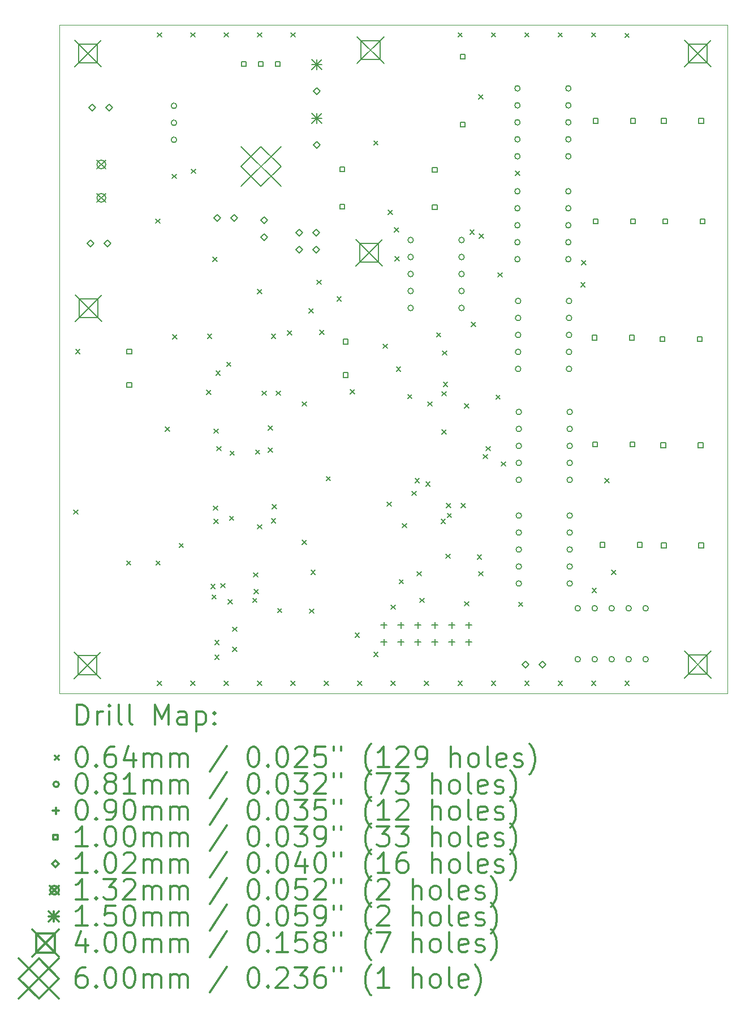
<source format=gbr>
%FSLAX45Y45*%
G04 Gerber Fmt 4.5, Leading zero omitted, Abs format (unit mm)*
G04 Created by KiCad (PCBNEW (2014-10-27 BZR 5228)-product) date 23/02/2015 12:19:12*
%MOMM*%
G01*
G04 APERTURE LIST*
%ADD10C,0.127000*%
%ADD11C,0.100000*%
%ADD12C,0.200000*%
%ADD13C,0.300000*%
G04 APERTURE END LIST*
D10*
D11*
X20000000Y-5000000D02*
X10000000Y-5000000D01*
X20000000Y-15000000D02*
X20000000Y-5000000D01*
X10000000Y-15000000D02*
X20000000Y-15000000D01*
X10000000Y-5000000D02*
X10000000Y-15000000D01*
D12*
X10218250Y-12258250D02*
X10281750Y-12321750D01*
X10281750Y-12258250D02*
X10218250Y-12321750D01*
X10248250Y-9858250D02*
X10311750Y-9921750D01*
X10311750Y-9858250D02*
X10248250Y-9921750D01*
X11008250Y-13018250D02*
X11071750Y-13081750D01*
X11071750Y-13018250D02*
X11008250Y-13081750D01*
X11443970Y-7904480D02*
X11507470Y-7967980D01*
X11507470Y-7904480D02*
X11443970Y-7967980D01*
X11448250Y-13018250D02*
X11511750Y-13081750D01*
X11511750Y-13018250D02*
X11448250Y-13081750D01*
X11468250Y-5118250D02*
X11531750Y-5181750D01*
X11531750Y-5118250D02*
X11468250Y-5181750D01*
X11468250Y-14818250D02*
X11531750Y-14881750D01*
X11531750Y-14818250D02*
X11468250Y-14881750D01*
X11588250Y-11018250D02*
X11651750Y-11081750D01*
X11651750Y-11018250D02*
X11588250Y-11081750D01*
X11688250Y-7238250D02*
X11751750Y-7301750D01*
X11751750Y-7238250D02*
X11688250Y-7301750D01*
X11698250Y-9638250D02*
X11761750Y-9701750D01*
X11761750Y-9638250D02*
X11698250Y-9701750D01*
X11798250Y-12758250D02*
X11861750Y-12821750D01*
X11861750Y-12758250D02*
X11798250Y-12821750D01*
X11968250Y-5118250D02*
X12031750Y-5181750D01*
X12031750Y-5118250D02*
X11968250Y-5181750D01*
X11968250Y-14818250D02*
X12031750Y-14881750D01*
X12031750Y-14818250D02*
X11968250Y-14881750D01*
X11978250Y-7158250D02*
X12041750Y-7221750D01*
X12041750Y-7158250D02*
X11978250Y-7221750D01*
X12208250Y-10468250D02*
X12271750Y-10531750D01*
X12271750Y-10468250D02*
X12208250Y-10531750D01*
X12218250Y-9628250D02*
X12281750Y-9691750D01*
X12281750Y-9628250D02*
X12218250Y-9691750D01*
X12268250Y-13368250D02*
X12331750Y-13431750D01*
X12331750Y-13368250D02*
X12268250Y-13431750D01*
X12288250Y-13528250D02*
X12351750Y-13591750D01*
X12351750Y-13528250D02*
X12288250Y-13591750D01*
X12298250Y-8478250D02*
X12361750Y-8541750D01*
X12361750Y-8478250D02*
X12298250Y-8541750D01*
X12308250Y-12198250D02*
X12371750Y-12261750D01*
X12371750Y-12198250D02*
X12308250Y-12261750D01*
X12318250Y-11048250D02*
X12381750Y-11111750D01*
X12381750Y-11048250D02*
X12318250Y-11111750D01*
X12318250Y-12398250D02*
X12381750Y-12461750D01*
X12381750Y-12398250D02*
X12318250Y-12461750D01*
X12328250Y-14208250D02*
X12391750Y-14271750D01*
X12391750Y-14208250D02*
X12328250Y-14271750D01*
X12328250Y-14428250D02*
X12391750Y-14491750D01*
X12391750Y-14428250D02*
X12328250Y-14491750D01*
X12348250Y-10178250D02*
X12411750Y-10241750D01*
X12411750Y-10178250D02*
X12348250Y-10241750D01*
X12358250Y-11308250D02*
X12421750Y-11371750D01*
X12421750Y-11308250D02*
X12358250Y-11371750D01*
X12418250Y-13358250D02*
X12481750Y-13421750D01*
X12481750Y-13358250D02*
X12418250Y-13421750D01*
X12468250Y-5118250D02*
X12531750Y-5181750D01*
X12531750Y-5118250D02*
X12468250Y-5181750D01*
X12468250Y-14818250D02*
X12531750Y-14881750D01*
X12531750Y-14818250D02*
X12468250Y-14881750D01*
X12508250Y-10048250D02*
X12571750Y-10111750D01*
X12571750Y-10048250D02*
X12508250Y-10111750D01*
X12528250Y-13598250D02*
X12591750Y-13661750D01*
X12591750Y-13598250D02*
X12528250Y-13661750D01*
X12548250Y-12348250D02*
X12611750Y-12411750D01*
X12611750Y-12348250D02*
X12548250Y-12411750D01*
X12558250Y-11378250D02*
X12621750Y-11441750D01*
X12621750Y-11378250D02*
X12558250Y-11441750D01*
X12598250Y-14008250D02*
X12661750Y-14071750D01*
X12661750Y-14008250D02*
X12598250Y-14071750D01*
X12598250Y-14308250D02*
X12661750Y-14371750D01*
X12661750Y-14308250D02*
X12598250Y-14371750D01*
X12898250Y-13578250D02*
X12961750Y-13641750D01*
X12961750Y-13578250D02*
X12898250Y-13641750D01*
X12908250Y-13198250D02*
X12971750Y-13261750D01*
X12971750Y-13198250D02*
X12908250Y-13261750D01*
X12918250Y-13448250D02*
X12981750Y-13511750D01*
X12981750Y-13448250D02*
X12918250Y-13511750D01*
X12938250Y-11358250D02*
X13001750Y-11421750D01*
X13001750Y-11358250D02*
X12938250Y-11421750D01*
X12968250Y-5118250D02*
X13031750Y-5181750D01*
X13031750Y-5118250D02*
X12968250Y-5181750D01*
X12968250Y-8958250D02*
X13031750Y-9021750D01*
X13031750Y-8958250D02*
X12968250Y-9021750D01*
X12968250Y-12478250D02*
X13031750Y-12541750D01*
X13031750Y-12478250D02*
X12968250Y-12541750D01*
X12968250Y-14818250D02*
X13031750Y-14881750D01*
X13031750Y-14818250D02*
X12968250Y-14881750D01*
X13038250Y-10478250D02*
X13101750Y-10541750D01*
X13101750Y-10478250D02*
X13038250Y-10541750D01*
X13128250Y-10998250D02*
X13191750Y-11061750D01*
X13191750Y-10998250D02*
X13128250Y-11061750D01*
X13128250Y-11328250D02*
X13191750Y-11391750D01*
X13191750Y-11328250D02*
X13128250Y-11391750D01*
X13178250Y-9628250D02*
X13241750Y-9691750D01*
X13241750Y-9628250D02*
X13178250Y-9691750D01*
X13178250Y-12388250D02*
X13241750Y-12451750D01*
X13241750Y-12388250D02*
X13178250Y-12451750D01*
X13188250Y-12178250D02*
X13251750Y-12241750D01*
X13251750Y-12178250D02*
X13188250Y-12241750D01*
X13248250Y-10478250D02*
X13311750Y-10541750D01*
X13311750Y-10478250D02*
X13248250Y-10541750D01*
X13268250Y-13728250D02*
X13331750Y-13791750D01*
X13331750Y-13728250D02*
X13268250Y-13791750D01*
X13418250Y-9578250D02*
X13481750Y-9641750D01*
X13481750Y-9578250D02*
X13418250Y-9641750D01*
X13468250Y-5118250D02*
X13531750Y-5181750D01*
X13531750Y-5118250D02*
X13468250Y-5181750D01*
X13468250Y-14818250D02*
X13531750Y-14881750D01*
X13531750Y-14818250D02*
X13468250Y-14881750D01*
X13638250Y-10638250D02*
X13701750Y-10701750D01*
X13701750Y-10638250D02*
X13638250Y-10701750D01*
X13638250Y-12708250D02*
X13701750Y-12771750D01*
X13701750Y-12708250D02*
X13638250Y-12771750D01*
X13738250Y-9248250D02*
X13801750Y-9311750D01*
X13801750Y-9248250D02*
X13738250Y-9311750D01*
X13748250Y-13738250D02*
X13811750Y-13801750D01*
X13811750Y-13738250D02*
X13748250Y-13801750D01*
X13768250Y-13158250D02*
X13831750Y-13221750D01*
X13831750Y-13158250D02*
X13768250Y-13221750D01*
X13858250Y-8818250D02*
X13921750Y-8881750D01*
X13921750Y-8818250D02*
X13858250Y-8881750D01*
X13898250Y-9568250D02*
X13961750Y-9631750D01*
X13961750Y-9568250D02*
X13898250Y-9631750D01*
X13968250Y-14818250D02*
X14031750Y-14881750D01*
X14031750Y-14818250D02*
X13968250Y-14881750D01*
X13998250Y-11758250D02*
X14061750Y-11821750D01*
X14061750Y-11758250D02*
X13998250Y-11821750D01*
X14158250Y-9068250D02*
X14221750Y-9131750D01*
X14221750Y-9068250D02*
X14158250Y-9131750D01*
X14358250Y-10458250D02*
X14421750Y-10521750D01*
X14421750Y-10458250D02*
X14358250Y-10521750D01*
X14428250Y-14098250D02*
X14491750Y-14161750D01*
X14491750Y-14098250D02*
X14428250Y-14161750D01*
X14468250Y-14818250D02*
X14531750Y-14881750D01*
X14531750Y-14818250D02*
X14468250Y-14881750D01*
X14708250Y-6738250D02*
X14771750Y-6801750D01*
X14771750Y-6738250D02*
X14708250Y-6801750D01*
X14708250Y-14388250D02*
X14771750Y-14451750D01*
X14771750Y-14388250D02*
X14708250Y-14451750D01*
X14848250Y-9778250D02*
X14911750Y-9841750D01*
X14911750Y-9778250D02*
X14848250Y-9841750D01*
X14908250Y-12138250D02*
X14971750Y-12201750D01*
X14971750Y-12138250D02*
X14908250Y-12201750D01*
X14923250Y-7773250D02*
X14986750Y-7836750D01*
X14986750Y-7773250D02*
X14923250Y-7836750D01*
X14968250Y-13678250D02*
X15031750Y-13741750D01*
X15031750Y-13678250D02*
X14968250Y-13741750D01*
X14968250Y-14818250D02*
X15031750Y-14881750D01*
X15031750Y-14818250D02*
X14968250Y-14881750D01*
X15018250Y-8038250D02*
X15081750Y-8101750D01*
X15081750Y-8038250D02*
X15018250Y-8101750D01*
X15028250Y-8468250D02*
X15091750Y-8531750D01*
X15091750Y-8468250D02*
X15028250Y-8531750D01*
X15048250Y-10118250D02*
X15111750Y-10181750D01*
X15111750Y-10118250D02*
X15048250Y-10181750D01*
X15088250Y-13298250D02*
X15151750Y-13361750D01*
X15151750Y-13298250D02*
X15088250Y-13361750D01*
X15138250Y-12458250D02*
X15201750Y-12521750D01*
X15201750Y-12458250D02*
X15138250Y-12521750D01*
X15218250Y-10528250D02*
X15281750Y-10591750D01*
X15281750Y-10528250D02*
X15218250Y-10591750D01*
X15278250Y-11978250D02*
X15341750Y-12041750D01*
X15341750Y-11978250D02*
X15278250Y-12041750D01*
X15328250Y-11788250D02*
X15391750Y-11851750D01*
X15391750Y-11788250D02*
X15328250Y-11851750D01*
X15358250Y-13178250D02*
X15421750Y-13241750D01*
X15421750Y-13178250D02*
X15358250Y-13241750D01*
X15398250Y-13578250D02*
X15461750Y-13641750D01*
X15461750Y-13578250D02*
X15398250Y-13641750D01*
X15468250Y-14818250D02*
X15531750Y-14881750D01*
X15531750Y-14818250D02*
X15468250Y-14881750D01*
X15488250Y-11838250D02*
X15551750Y-11901750D01*
X15551750Y-11838250D02*
X15488250Y-11901750D01*
X15518250Y-10638250D02*
X15581750Y-10701750D01*
X15581750Y-10638250D02*
X15518250Y-10701750D01*
X15648250Y-9608250D02*
X15711750Y-9671750D01*
X15711750Y-9608250D02*
X15648250Y-9671750D01*
X15718250Y-12398250D02*
X15781750Y-12461750D01*
X15781750Y-12398250D02*
X15718250Y-12461750D01*
X15728250Y-10488250D02*
X15791750Y-10551750D01*
X15791750Y-10488250D02*
X15728250Y-10551750D01*
X15728250Y-11058250D02*
X15791750Y-11121750D01*
X15791750Y-11058250D02*
X15728250Y-11121750D01*
X15738250Y-9878250D02*
X15801750Y-9941750D01*
X15801750Y-9878250D02*
X15738250Y-9941750D01*
X15748250Y-10348250D02*
X15811750Y-10411750D01*
X15811750Y-10348250D02*
X15748250Y-10411750D01*
X15788250Y-12918250D02*
X15851750Y-12981750D01*
X15851750Y-12918250D02*
X15788250Y-12981750D01*
X15798250Y-12158250D02*
X15861750Y-12221750D01*
X15861750Y-12158250D02*
X15798250Y-12221750D01*
X15808250Y-12308250D02*
X15871750Y-12371750D01*
X15871750Y-12308250D02*
X15808250Y-12371750D01*
X15968250Y-5118250D02*
X16031750Y-5181750D01*
X16031750Y-5118250D02*
X15968250Y-5181750D01*
X15968250Y-14818250D02*
X16031750Y-14881750D01*
X16031750Y-14818250D02*
X15968250Y-14881750D01*
X16018250Y-12158250D02*
X16081750Y-12221750D01*
X16081750Y-12158250D02*
X16018250Y-12221750D01*
X16068250Y-10668250D02*
X16131750Y-10731750D01*
X16131750Y-10668250D02*
X16068250Y-10731750D01*
X16068250Y-13628250D02*
X16131750Y-13691750D01*
X16131750Y-13628250D02*
X16068250Y-13691750D01*
X16148250Y-8068250D02*
X16211750Y-8131750D01*
X16211750Y-8068250D02*
X16148250Y-8131750D01*
X16168250Y-9448250D02*
X16231750Y-9511750D01*
X16231750Y-9448250D02*
X16168250Y-9511750D01*
X16258250Y-12928250D02*
X16321750Y-12991750D01*
X16321750Y-12928250D02*
X16258250Y-12991750D01*
X16278250Y-6048250D02*
X16341750Y-6111750D01*
X16341750Y-6048250D02*
X16278250Y-6111750D01*
X16278250Y-13178250D02*
X16341750Y-13241750D01*
X16341750Y-13178250D02*
X16278250Y-13241750D01*
X16288250Y-8128250D02*
X16351750Y-8191750D01*
X16351750Y-8128250D02*
X16288250Y-8191750D01*
X16348250Y-11428250D02*
X16411750Y-11491750D01*
X16411750Y-11428250D02*
X16348250Y-11491750D01*
X16388250Y-11308250D02*
X16451750Y-11371750D01*
X16451750Y-11308250D02*
X16388250Y-11371750D01*
X16468250Y-5118250D02*
X16531750Y-5181750D01*
X16531750Y-5118250D02*
X16468250Y-5181750D01*
X16468250Y-14818250D02*
X16531750Y-14881750D01*
X16531750Y-14818250D02*
X16468250Y-14881750D01*
X16538250Y-10538250D02*
X16601750Y-10601750D01*
X16601750Y-10538250D02*
X16538250Y-10601750D01*
X16568250Y-8708250D02*
X16631750Y-8771750D01*
X16631750Y-8708250D02*
X16568250Y-8771750D01*
X16618250Y-11538250D02*
X16681750Y-11601750D01*
X16681750Y-11538250D02*
X16618250Y-11601750D01*
X16828250Y-7188250D02*
X16891750Y-7251750D01*
X16891750Y-7188250D02*
X16828250Y-7251750D01*
X16878250Y-13638250D02*
X16941750Y-13701750D01*
X16941750Y-13638250D02*
X16878250Y-13701750D01*
X16968250Y-5118250D02*
X17031750Y-5181750D01*
X17031750Y-5118250D02*
X16968250Y-5181750D01*
X16968250Y-14818250D02*
X17031750Y-14881750D01*
X17031750Y-14818250D02*
X16968250Y-14881750D01*
X17468250Y-5118250D02*
X17531750Y-5181750D01*
X17531750Y-5118250D02*
X17468250Y-5181750D01*
X17468250Y-14818250D02*
X17531750Y-14881750D01*
X17531750Y-14818250D02*
X17468250Y-14881750D01*
X17808250Y-8858250D02*
X17871750Y-8921750D01*
X17871750Y-8858250D02*
X17808250Y-8921750D01*
X17818250Y-8528250D02*
X17881750Y-8591750D01*
X17881750Y-8528250D02*
X17818250Y-8591750D01*
X17968250Y-5118250D02*
X18031750Y-5181750D01*
X18031750Y-5118250D02*
X17968250Y-5181750D01*
X17968250Y-14818250D02*
X18031750Y-14881750D01*
X18031750Y-14818250D02*
X17968250Y-14881750D01*
X17978250Y-13428250D02*
X18041750Y-13491750D01*
X18041750Y-13428250D02*
X17978250Y-13491750D01*
X18168250Y-11788250D02*
X18231750Y-11851750D01*
X18231750Y-11788250D02*
X18168250Y-11851750D01*
X18268250Y-13158250D02*
X18331750Y-13221750D01*
X18331750Y-13158250D02*
X18268250Y-13221750D01*
X18468250Y-5128250D02*
X18531750Y-5191750D01*
X18531750Y-5128250D02*
X18468250Y-5191750D01*
X18468250Y-14818250D02*
X18531750Y-14881750D01*
X18531750Y-14818250D02*
X18468250Y-14881750D01*
X11757660Y-6212840D02*
G75*
G03X11757660Y-6212840I-40640J0D01*
G01*
X11757660Y-6466840D02*
G75*
G03X11757660Y-6466840I-40640J0D01*
G01*
X11757660Y-6720840D02*
G75*
G03X11757660Y-6720840I-40640J0D01*
G01*
X15300960Y-8220710D02*
G75*
G03X15300960Y-8220710I-40640J0D01*
G01*
X15300960Y-8474710D02*
G75*
G03X15300960Y-8474710I-40640J0D01*
G01*
X15300960Y-8728710D02*
G75*
G03X15300960Y-8728710I-40640J0D01*
G01*
X15300960Y-8982710D02*
G75*
G03X15300960Y-8982710I-40640J0D01*
G01*
X15300960Y-9236710D02*
G75*
G03X15300960Y-9236710I-40640J0D01*
G01*
X16062960Y-8220710D02*
G75*
G03X16062960Y-8220710I-40640J0D01*
G01*
X16062960Y-8474710D02*
G75*
G03X16062960Y-8474710I-40640J0D01*
G01*
X16062960Y-8728710D02*
G75*
G03X16062960Y-8728710I-40640J0D01*
G01*
X16062960Y-8982710D02*
G75*
G03X16062960Y-8982710I-40640J0D01*
G01*
X16062960Y-9236710D02*
G75*
G03X16062960Y-9236710I-40640J0D01*
G01*
X16899640Y-5952000D02*
G75*
G03X16899640Y-5952000I-40640J0D01*
G01*
X16899640Y-6206000D02*
G75*
G03X16899640Y-6206000I-40640J0D01*
G01*
X16899640Y-6460000D02*
G75*
G03X16899640Y-6460000I-40640J0D01*
G01*
X16899640Y-6714000D02*
G75*
G03X16899640Y-6714000I-40640J0D01*
G01*
X16899640Y-6968000D02*
G75*
G03X16899640Y-6968000I-40640J0D01*
G01*
X16899640Y-7492000D02*
G75*
G03X16899640Y-7492000I-40640J0D01*
G01*
X16899640Y-7746000D02*
G75*
G03X16899640Y-7746000I-40640J0D01*
G01*
X16899640Y-8000000D02*
G75*
G03X16899640Y-8000000I-40640J0D01*
G01*
X16899640Y-8254000D02*
G75*
G03X16899640Y-8254000I-40640J0D01*
G01*
X16899640Y-8508000D02*
G75*
G03X16899640Y-8508000I-40640J0D01*
G01*
X16909640Y-9132000D02*
G75*
G03X16909640Y-9132000I-40640J0D01*
G01*
X16909640Y-9386000D02*
G75*
G03X16909640Y-9386000I-40640J0D01*
G01*
X16909640Y-9640000D02*
G75*
G03X16909640Y-9640000I-40640J0D01*
G01*
X16909640Y-9894000D02*
G75*
G03X16909640Y-9894000I-40640J0D01*
G01*
X16909640Y-10148000D02*
G75*
G03X16909640Y-10148000I-40640J0D01*
G01*
X16919640Y-10792000D02*
G75*
G03X16919640Y-10792000I-40640J0D01*
G01*
X16919640Y-11046000D02*
G75*
G03X16919640Y-11046000I-40640J0D01*
G01*
X16919640Y-11300000D02*
G75*
G03X16919640Y-11300000I-40640J0D01*
G01*
X16919640Y-11554000D02*
G75*
G03X16919640Y-11554000I-40640J0D01*
G01*
X16919640Y-11808000D02*
G75*
G03X16919640Y-11808000I-40640J0D01*
G01*
X16919640Y-12342000D02*
G75*
G03X16919640Y-12342000I-40640J0D01*
G01*
X16919640Y-12596000D02*
G75*
G03X16919640Y-12596000I-40640J0D01*
G01*
X16919640Y-12850000D02*
G75*
G03X16919640Y-12850000I-40640J0D01*
G01*
X16919640Y-13104000D02*
G75*
G03X16919640Y-13104000I-40640J0D01*
G01*
X16919640Y-13358000D02*
G75*
G03X16919640Y-13358000I-40640J0D01*
G01*
X17661640Y-5952000D02*
G75*
G03X17661640Y-5952000I-40640J0D01*
G01*
X17661640Y-6206000D02*
G75*
G03X17661640Y-6206000I-40640J0D01*
G01*
X17661640Y-6460000D02*
G75*
G03X17661640Y-6460000I-40640J0D01*
G01*
X17661640Y-6714000D02*
G75*
G03X17661640Y-6714000I-40640J0D01*
G01*
X17661640Y-6968000D02*
G75*
G03X17661640Y-6968000I-40640J0D01*
G01*
X17661640Y-7492000D02*
G75*
G03X17661640Y-7492000I-40640J0D01*
G01*
X17661640Y-7746000D02*
G75*
G03X17661640Y-7746000I-40640J0D01*
G01*
X17661640Y-8000000D02*
G75*
G03X17661640Y-8000000I-40640J0D01*
G01*
X17661640Y-8254000D02*
G75*
G03X17661640Y-8254000I-40640J0D01*
G01*
X17661640Y-8508000D02*
G75*
G03X17661640Y-8508000I-40640J0D01*
G01*
X17671640Y-9132000D02*
G75*
G03X17671640Y-9132000I-40640J0D01*
G01*
X17671640Y-9386000D02*
G75*
G03X17671640Y-9386000I-40640J0D01*
G01*
X17671640Y-9640000D02*
G75*
G03X17671640Y-9640000I-40640J0D01*
G01*
X17671640Y-9894000D02*
G75*
G03X17671640Y-9894000I-40640J0D01*
G01*
X17671640Y-10148000D02*
G75*
G03X17671640Y-10148000I-40640J0D01*
G01*
X17681640Y-10792000D02*
G75*
G03X17681640Y-10792000I-40640J0D01*
G01*
X17681640Y-11046000D02*
G75*
G03X17681640Y-11046000I-40640J0D01*
G01*
X17681640Y-11300000D02*
G75*
G03X17681640Y-11300000I-40640J0D01*
G01*
X17681640Y-11554000D02*
G75*
G03X17681640Y-11554000I-40640J0D01*
G01*
X17681640Y-11808000D02*
G75*
G03X17681640Y-11808000I-40640J0D01*
G01*
X17681640Y-12342000D02*
G75*
G03X17681640Y-12342000I-40640J0D01*
G01*
X17681640Y-12596000D02*
G75*
G03X17681640Y-12596000I-40640J0D01*
G01*
X17681640Y-12850000D02*
G75*
G03X17681640Y-12850000I-40640J0D01*
G01*
X17681640Y-13104000D02*
G75*
G03X17681640Y-13104000I-40640J0D01*
G01*
X17681640Y-13358000D02*
G75*
G03X17681640Y-13358000I-40640J0D01*
G01*
X17802640Y-13729000D02*
G75*
G03X17802640Y-13729000I-40640J0D01*
G01*
X17802640Y-14491000D02*
G75*
G03X17802640Y-14491000I-40640J0D01*
G01*
X18056640Y-13729000D02*
G75*
G03X18056640Y-13729000I-40640J0D01*
G01*
X18056640Y-14491000D02*
G75*
G03X18056640Y-14491000I-40640J0D01*
G01*
X18310640Y-13729000D02*
G75*
G03X18310640Y-13729000I-40640J0D01*
G01*
X18310640Y-14491000D02*
G75*
G03X18310640Y-14491000I-40640J0D01*
G01*
X18564640Y-13729000D02*
G75*
G03X18564640Y-13729000I-40640J0D01*
G01*
X18564640Y-14491000D02*
G75*
G03X18564640Y-14491000I-40640J0D01*
G01*
X18818640Y-13729000D02*
G75*
G03X18818640Y-13729000I-40640J0D01*
G01*
X18818640Y-14491000D02*
G75*
G03X18818640Y-14491000I-40640J0D01*
G01*
X14860000Y-13935000D02*
X14860000Y-14025000D01*
X14815000Y-13980000D02*
X14905000Y-13980000D01*
X14860000Y-14189000D02*
X14860000Y-14279000D01*
X14815000Y-14234000D02*
X14905000Y-14234000D01*
X15114000Y-13935000D02*
X15114000Y-14025000D01*
X15069000Y-13980000D02*
X15159000Y-13980000D01*
X15114000Y-14189000D02*
X15114000Y-14279000D01*
X15069000Y-14234000D02*
X15159000Y-14234000D01*
X15368000Y-13935000D02*
X15368000Y-14025000D01*
X15323000Y-13980000D02*
X15413000Y-13980000D01*
X15368000Y-14189000D02*
X15368000Y-14279000D01*
X15323000Y-14234000D02*
X15413000Y-14234000D01*
X15622000Y-13935000D02*
X15622000Y-14025000D01*
X15577000Y-13980000D02*
X15667000Y-13980000D01*
X15622000Y-14189000D02*
X15622000Y-14279000D01*
X15577000Y-14234000D02*
X15667000Y-14234000D01*
X15876000Y-13935000D02*
X15876000Y-14025000D01*
X15831000Y-13980000D02*
X15921000Y-13980000D01*
X15876000Y-14189000D02*
X15876000Y-14279000D01*
X15831000Y-14234000D02*
X15921000Y-14234000D01*
X16130000Y-13935000D02*
X16130000Y-14025000D01*
X16085000Y-13980000D02*
X16175000Y-13980000D01*
X16130000Y-14189000D02*
X16130000Y-14279000D01*
X16085000Y-14234000D02*
X16175000Y-14234000D01*
X11085383Y-9925447D02*
X11085383Y-9854682D01*
X11014618Y-9854682D01*
X11014618Y-9925447D01*
X11085383Y-9925447D01*
X11085383Y-10425573D02*
X11085383Y-10354808D01*
X11014618Y-10354808D01*
X11014618Y-10425573D01*
X11085383Y-10425573D01*
X12801382Y-5625382D02*
X12801382Y-5554618D01*
X12730617Y-5554618D01*
X12730617Y-5625382D01*
X12801382Y-5625382D01*
X13055382Y-5625382D02*
X13055382Y-5554618D01*
X12984617Y-5554618D01*
X12984617Y-5625382D01*
X13055382Y-5625382D01*
X13309382Y-5625382D02*
X13309382Y-5554618D01*
X13238617Y-5554618D01*
X13238617Y-5625382D01*
X13309382Y-5625382D01*
X14274622Y-7199452D02*
X14274622Y-7128687D01*
X14203857Y-7128687D01*
X14203857Y-7199452D01*
X14274622Y-7199452D01*
X14274622Y-7758252D02*
X14274622Y-7687487D01*
X14203857Y-7687487D01*
X14203857Y-7758252D01*
X14274622Y-7758252D01*
X14325382Y-9775193D02*
X14325382Y-9704428D01*
X14254617Y-9704428D01*
X14254617Y-9775193D01*
X14325382Y-9775193D01*
X14325382Y-10275319D02*
X14325382Y-10204554D01*
X14254617Y-10204554D01*
X14254617Y-10275319D01*
X14325382Y-10275319D01*
X15655112Y-7205802D02*
X15655112Y-7135037D01*
X15584347Y-7135037D01*
X15584347Y-7205802D01*
X15655112Y-7205802D01*
X15655112Y-7764602D02*
X15655112Y-7693837D01*
X15584347Y-7693837D01*
X15584347Y-7764602D01*
X15655112Y-7764602D01*
X16072942Y-5511369D02*
X16072942Y-5440604D01*
X16002177Y-5440604D01*
X16002177Y-5511369D01*
X16072942Y-5511369D01*
X16072942Y-6527368D02*
X16072942Y-6456603D01*
X16002177Y-6456603D01*
X16002177Y-6527368D01*
X16072942Y-6527368D01*
X18045783Y-9714983D02*
X18045783Y-9644218D01*
X17975018Y-9644218D01*
X17975018Y-9714983D01*
X18045783Y-9714983D01*
X18055783Y-11314982D02*
X18055783Y-11244217D01*
X17985018Y-11244217D01*
X17985018Y-11314982D01*
X18055783Y-11314982D01*
X18065783Y-6474982D02*
X18065783Y-6404217D01*
X17995018Y-6404217D01*
X17995018Y-6474982D01*
X18065783Y-6474982D01*
X18065783Y-7974982D02*
X18065783Y-7904217D01*
X17995018Y-7904217D01*
X17995018Y-7974982D01*
X18065783Y-7974982D01*
X18166183Y-12815782D02*
X18166183Y-12745017D01*
X18095418Y-12745017D01*
X18095418Y-12815782D01*
X18166183Y-12815782D01*
X18604583Y-9714983D02*
X18604583Y-9644218D01*
X18533818Y-9644218D01*
X18533818Y-9714983D01*
X18604583Y-9714983D01*
X18614583Y-11314982D02*
X18614583Y-11244217D01*
X18543818Y-11244217D01*
X18543818Y-11314982D01*
X18614583Y-11314982D01*
X18624583Y-6474982D02*
X18624583Y-6404217D01*
X18553818Y-6404217D01*
X18553818Y-6474982D01*
X18624583Y-6474982D01*
X18624583Y-7974982D02*
X18624583Y-7904217D01*
X18553818Y-7904217D01*
X18553818Y-7974982D01*
X18624583Y-7974982D01*
X18724983Y-12815782D02*
X18724983Y-12745017D01*
X18654218Y-12745017D01*
X18654218Y-12815782D01*
X18724983Y-12815782D01*
X19065783Y-9734983D02*
X19065783Y-9664218D01*
X18995018Y-9664218D01*
X18995018Y-9734983D01*
X19065783Y-9734983D01*
X19075783Y-11324982D02*
X19075783Y-11254217D01*
X19005018Y-11254217D01*
X19005018Y-11324982D01*
X19075783Y-11324982D01*
X19085783Y-6474982D02*
X19085783Y-6404217D01*
X19015018Y-6404217D01*
X19015018Y-6474982D01*
X19085783Y-6474982D01*
X19085783Y-12824982D02*
X19085783Y-12754217D01*
X19015018Y-12754217D01*
X19015018Y-12824982D01*
X19085783Y-12824982D01*
X19105783Y-7974982D02*
X19105783Y-7904217D01*
X19035018Y-7904217D01*
X19035018Y-7974982D01*
X19105783Y-7974982D01*
X19624583Y-9734983D02*
X19624583Y-9664218D01*
X19553818Y-9664218D01*
X19553818Y-9734983D01*
X19624583Y-9734983D01*
X19634583Y-11324982D02*
X19634583Y-11254217D01*
X19563818Y-11254217D01*
X19563818Y-11324982D01*
X19634583Y-11324982D01*
X19644583Y-6474982D02*
X19644583Y-6404217D01*
X19573818Y-6404217D01*
X19573818Y-6474982D01*
X19644583Y-6474982D01*
X19644583Y-12824982D02*
X19644583Y-12754217D01*
X19573818Y-12754217D01*
X19573818Y-12824982D01*
X19644583Y-12824982D01*
X19664583Y-7974982D02*
X19664583Y-7904217D01*
X19593818Y-7904217D01*
X19593818Y-7974982D01*
X19664583Y-7974982D01*
X10473000Y-8320800D02*
X10523800Y-8270000D01*
X10473000Y-8219200D01*
X10422200Y-8270000D01*
X10473000Y-8320800D01*
X10493000Y-6290800D02*
X10543800Y-6240000D01*
X10493000Y-6189200D01*
X10442200Y-6240000D01*
X10493000Y-6290800D01*
X10727000Y-8320800D02*
X10777800Y-8270000D01*
X10727000Y-8219200D01*
X10676200Y-8270000D01*
X10727000Y-8320800D01*
X10747000Y-6290800D02*
X10797800Y-6240000D01*
X10747000Y-6189200D01*
X10696200Y-6240000D01*
X10747000Y-6290800D01*
X12363000Y-7940800D02*
X12413800Y-7890000D01*
X12363000Y-7839200D01*
X12312200Y-7890000D01*
X12363000Y-7940800D01*
X12617000Y-7940800D02*
X12667800Y-7890000D01*
X12617000Y-7839200D01*
X12566200Y-7890000D01*
X12617000Y-7940800D01*
X13064490Y-7975600D02*
X13115290Y-7924800D01*
X13064490Y-7874000D01*
X13013690Y-7924800D01*
X13064490Y-7975600D01*
X13064490Y-8229600D02*
X13115290Y-8178800D01*
X13064490Y-8128000D01*
X13013690Y-8178800D01*
X13064490Y-8229600D01*
X13590270Y-8164830D02*
X13641070Y-8114030D01*
X13590270Y-8063230D01*
X13539470Y-8114030D01*
X13590270Y-8164830D01*
X13590270Y-8418830D02*
X13641070Y-8368030D01*
X13590270Y-8317230D01*
X13539470Y-8368030D01*
X13590270Y-8418830D01*
X13844270Y-8164830D02*
X13895070Y-8114030D01*
X13844270Y-8063230D01*
X13793470Y-8114030D01*
X13844270Y-8164830D01*
X13844270Y-8418830D02*
X13895070Y-8368030D01*
X13844270Y-8317230D01*
X13793470Y-8368030D01*
X13844270Y-8418830D01*
X13858240Y-6048400D02*
X13909040Y-5997600D01*
X13858240Y-5946800D01*
X13807440Y-5997600D01*
X13858240Y-6048400D01*
X13858240Y-6848400D02*
X13909040Y-6797600D01*
X13858240Y-6746800D01*
X13807440Y-6797600D01*
X13858240Y-6848400D01*
X16983000Y-14620800D02*
X17033800Y-14570000D01*
X16983000Y-14519200D01*
X16932200Y-14570000D01*
X16983000Y-14620800D01*
X17237000Y-14620800D02*
X17287800Y-14570000D01*
X17237000Y-14519200D01*
X17186200Y-14570000D01*
X17237000Y-14620800D01*
X10563960Y-7023960D02*
X10696040Y-7156040D01*
X10696040Y-7023960D02*
X10563960Y-7156040D01*
X10696040Y-7090000D02*
G75*
G03X10696040Y-7090000I-66040J0D01*
G01*
X10563960Y-7523960D02*
X10696040Y-7656040D01*
X10696040Y-7523960D02*
X10563960Y-7656040D01*
X10696040Y-7590000D02*
G75*
G03X10696040Y-7590000I-66040J0D01*
G01*
X13783240Y-5522600D02*
X13933240Y-5672600D01*
X13933240Y-5522600D02*
X13783240Y-5672600D01*
X13858240Y-5522600D02*
X13858240Y-5672600D01*
X13783240Y-5597600D02*
X13933240Y-5597600D01*
X13783240Y-6322600D02*
X13933240Y-6472600D01*
X13933240Y-6322600D02*
X13783240Y-6472600D01*
X13858240Y-6322600D02*
X13858240Y-6472600D01*
X13783240Y-6397600D02*
X13933240Y-6397600D01*
X10219975Y-14379975D02*
X10620025Y-14780025D01*
X10620025Y-14379975D02*
X10219975Y-14780025D01*
X10561440Y-14721440D02*
X10561440Y-14438560D01*
X10278560Y-14438560D01*
X10278560Y-14721440D01*
X10561440Y-14721440D01*
X10229975Y-5229975D02*
X10630025Y-5630025D01*
X10630025Y-5229975D02*
X10229975Y-5630025D01*
X10571440Y-5571440D02*
X10571440Y-5288560D01*
X10288560Y-5288560D01*
X10288560Y-5571440D01*
X10571440Y-5571440D01*
X10239975Y-9039975D02*
X10640025Y-9440025D01*
X10640025Y-9039975D02*
X10239975Y-9440025D01*
X10581440Y-9381440D02*
X10581440Y-9098560D01*
X10298560Y-9098560D01*
X10298560Y-9381440D01*
X10581440Y-9381440D01*
X14439975Y-8209975D02*
X14840025Y-8610025D01*
X14840025Y-8209975D02*
X14439975Y-8610025D01*
X14781440Y-8551440D02*
X14781440Y-8268560D01*
X14498560Y-8268560D01*
X14498560Y-8551440D01*
X14781440Y-8551440D01*
X14459975Y-5179975D02*
X14860025Y-5580025D01*
X14860025Y-5179975D02*
X14459975Y-5580025D01*
X14801440Y-5521440D02*
X14801440Y-5238560D01*
X14518560Y-5238560D01*
X14518560Y-5521440D01*
X14801440Y-5521440D01*
X19359975Y-5229975D02*
X19760025Y-5630025D01*
X19760025Y-5229975D02*
X19359975Y-5630025D01*
X19701440Y-5571440D02*
X19701440Y-5288560D01*
X19418560Y-5288560D01*
X19418560Y-5571440D01*
X19701440Y-5571440D01*
X19359975Y-14369975D02*
X19760025Y-14770025D01*
X19760025Y-14369975D02*
X19359975Y-14770025D01*
X19701440Y-14711440D02*
X19701440Y-14428560D01*
X19418560Y-14428560D01*
X19418560Y-14711440D01*
X19701440Y-14711440D01*
X12720026Y-6820026D02*
X13319974Y-7419974D01*
X13319974Y-6820026D02*
X12720026Y-7419974D01*
X13020000Y-7419974D02*
X13319974Y-7120000D01*
X13020000Y-6820026D01*
X12720026Y-7120000D01*
X13020000Y-7419974D01*
D13*
X10266429Y-15470714D02*
X10266429Y-15170714D01*
X10337857Y-15170714D01*
X10380714Y-15185000D01*
X10409286Y-15213571D01*
X10423571Y-15242143D01*
X10437857Y-15299286D01*
X10437857Y-15342143D01*
X10423571Y-15399286D01*
X10409286Y-15427857D01*
X10380714Y-15456429D01*
X10337857Y-15470714D01*
X10266429Y-15470714D01*
X10566429Y-15470714D02*
X10566429Y-15270714D01*
X10566429Y-15327857D02*
X10580714Y-15299286D01*
X10595000Y-15285000D01*
X10623571Y-15270714D01*
X10652143Y-15270714D01*
X10752143Y-15470714D02*
X10752143Y-15270714D01*
X10752143Y-15170714D02*
X10737857Y-15185000D01*
X10752143Y-15199286D01*
X10766429Y-15185000D01*
X10752143Y-15170714D01*
X10752143Y-15199286D01*
X10937857Y-15470714D02*
X10909286Y-15456429D01*
X10895000Y-15427857D01*
X10895000Y-15170714D01*
X11095000Y-15470714D02*
X11066429Y-15456429D01*
X11052143Y-15427857D01*
X11052143Y-15170714D01*
X11437857Y-15470714D02*
X11437857Y-15170714D01*
X11537857Y-15385000D01*
X11637857Y-15170714D01*
X11637857Y-15470714D01*
X11909286Y-15470714D02*
X11909286Y-15313571D01*
X11895000Y-15285000D01*
X11866428Y-15270714D01*
X11809286Y-15270714D01*
X11780714Y-15285000D01*
X11909286Y-15456429D02*
X11880714Y-15470714D01*
X11809286Y-15470714D01*
X11780714Y-15456429D01*
X11766428Y-15427857D01*
X11766428Y-15399286D01*
X11780714Y-15370714D01*
X11809286Y-15356429D01*
X11880714Y-15356429D01*
X11909286Y-15342143D01*
X12052143Y-15270714D02*
X12052143Y-15570714D01*
X12052143Y-15285000D02*
X12080714Y-15270714D01*
X12137857Y-15270714D01*
X12166428Y-15285000D01*
X12180714Y-15299286D01*
X12195000Y-15327857D01*
X12195000Y-15413571D01*
X12180714Y-15442143D01*
X12166428Y-15456429D01*
X12137857Y-15470714D01*
X12080714Y-15470714D01*
X12052143Y-15456429D01*
X12323571Y-15442143D02*
X12337857Y-15456429D01*
X12323571Y-15470714D01*
X12309286Y-15456429D01*
X12323571Y-15442143D01*
X12323571Y-15470714D01*
X12323571Y-15285000D02*
X12337857Y-15299286D01*
X12323571Y-15313571D01*
X12309286Y-15299286D01*
X12323571Y-15285000D01*
X12323571Y-15313571D01*
X9931500Y-15933250D02*
X9995000Y-15996750D01*
X9995000Y-15933250D02*
X9931500Y-15996750D01*
X10323571Y-15800714D02*
X10352143Y-15800714D01*
X10380714Y-15815000D01*
X10395000Y-15829286D01*
X10409286Y-15857857D01*
X10423571Y-15915000D01*
X10423571Y-15986429D01*
X10409286Y-16043571D01*
X10395000Y-16072143D01*
X10380714Y-16086429D01*
X10352143Y-16100714D01*
X10323571Y-16100714D01*
X10295000Y-16086429D01*
X10280714Y-16072143D01*
X10266429Y-16043571D01*
X10252143Y-15986429D01*
X10252143Y-15915000D01*
X10266429Y-15857857D01*
X10280714Y-15829286D01*
X10295000Y-15815000D01*
X10323571Y-15800714D01*
X10552143Y-16072143D02*
X10566429Y-16086429D01*
X10552143Y-16100714D01*
X10537857Y-16086429D01*
X10552143Y-16072143D01*
X10552143Y-16100714D01*
X10823571Y-15800714D02*
X10766428Y-15800714D01*
X10737857Y-15815000D01*
X10723571Y-15829286D01*
X10695000Y-15872143D01*
X10680714Y-15929286D01*
X10680714Y-16043571D01*
X10695000Y-16072143D01*
X10709286Y-16086429D01*
X10737857Y-16100714D01*
X10795000Y-16100714D01*
X10823571Y-16086429D01*
X10837857Y-16072143D01*
X10852143Y-16043571D01*
X10852143Y-15972143D01*
X10837857Y-15943571D01*
X10823571Y-15929286D01*
X10795000Y-15915000D01*
X10737857Y-15915000D01*
X10709286Y-15929286D01*
X10695000Y-15943571D01*
X10680714Y-15972143D01*
X11109286Y-15900714D02*
X11109286Y-16100714D01*
X11037857Y-15786429D02*
X10966429Y-16000714D01*
X11152143Y-16000714D01*
X11266428Y-16100714D02*
X11266428Y-15900714D01*
X11266428Y-15929286D02*
X11280714Y-15915000D01*
X11309286Y-15900714D01*
X11352143Y-15900714D01*
X11380714Y-15915000D01*
X11395000Y-15943571D01*
X11395000Y-16100714D01*
X11395000Y-15943571D02*
X11409286Y-15915000D01*
X11437857Y-15900714D01*
X11480714Y-15900714D01*
X11509286Y-15915000D01*
X11523571Y-15943571D01*
X11523571Y-16100714D01*
X11666428Y-16100714D02*
X11666428Y-15900714D01*
X11666428Y-15929286D02*
X11680714Y-15915000D01*
X11709286Y-15900714D01*
X11752143Y-15900714D01*
X11780714Y-15915000D01*
X11795000Y-15943571D01*
X11795000Y-16100714D01*
X11795000Y-15943571D02*
X11809286Y-15915000D01*
X11837857Y-15900714D01*
X11880714Y-15900714D01*
X11909286Y-15915000D01*
X11923571Y-15943571D01*
X11923571Y-16100714D01*
X12509286Y-15786429D02*
X12252143Y-16172143D01*
X12895000Y-15800714D02*
X12923571Y-15800714D01*
X12952143Y-15815000D01*
X12966428Y-15829286D01*
X12980714Y-15857857D01*
X12995000Y-15915000D01*
X12995000Y-15986429D01*
X12980714Y-16043571D01*
X12966428Y-16072143D01*
X12952143Y-16086429D01*
X12923571Y-16100714D01*
X12895000Y-16100714D01*
X12866428Y-16086429D01*
X12852143Y-16072143D01*
X12837857Y-16043571D01*
X12823571Y-15986429D01*
X12823571Y-15915000D01*
X12837857Y-15857857D01*
X12852143Y-15829286D01*
X12866428Y-15815000D01*
X12895000Y-15800714D01*
X13123571Y-16072143D02*
X13137857Y-16086429D01*
X13123571Y-16100714D01*
X13109286Y-16086429D01*
X13123571Y-16072143D01*
X13123571Y-16100714D01*
X13323571Y-15800714D02*
X13352143Y-15800714D01*
X13380714Y-15815000D01*
X13395000Y-15829286D01*
X13409285Y-15857857D01*
X13423571Y-15915000D01*
X13423571Y-15986429D01*
X13409285Y-16043571D01*
X13395000Y-16072143D01*
X13380714Y-16086429D01*
X13352143Y-16100714D01*
X13323571Y-16100714D01*
X13295000Y-16086429D01*
X13280714Y-16072143D01*
X13266428Y-16043571D01*
X13252143Y-15986429D01*
X13252143Y-15915000D01*
X13266428Y-15857857D01*
X13280714Y-15829286D01*
X13295000Y-15815000D01*
X13323571Y-15800714D01*
X13537857Y-15829286D02*
X13552143Y-15815000D01*
X13580714Y-15800714D01*
X13652143Y-15800714D01*
X13680714Y-15815000D01*
X13695000Y-15829286D01*
X13709285Y-15857857D01*
X13709285Y-15886429D01*
X13695000Y-15929286D01*
X13523571Y-16100714D01*
X13709285Y-16100714D01*
X13980714Y-15800714D02*
X13837857Y-15800714D01*
X13823571Y-15943571D01*
X13837857Y-15929286D01*
X13866428Y-15915000D01*
X13937857Y-15915000D01*
X13966428Y-15929286D01*
X13980714Y-15943571D01*
X13995000Y-15972143D01*
X13995000Y-16043571D01*
X13980714Y-16072143D01*
X13966428Y-16086429D01*
X13937857Y-16100714D01*
X13866428Y-16100714D01*
X13837857Y-16086429D01*
X13823571Y-16072143D01*
X14109286Y-15800714D02*
X14109286Y-15857857D01*
X14223571Y-15800714D02*
X14223571Y-15857857D01*
X14666428Y-16215000D02*
X14652143Y-16200714D01*
X14623571Y-16157857D01*
X14609285Y-16129286D01*
X14595000Y-16086429D01*
X14580714Y-16015000D01*
X14580714Y-15957857D01*
X14595000Y-15886429D01*
X14609285Y-15843571D01*
X14623571Y-15815000D01*
X14652143Y-15772143D01*
X14666428Y-15757857D01*
X14937857Y-16100714D02*
X14766428Y-16100714D01*
X14852143Y-16100714D02*
X14852143Y-15800714D01*
X14823571Y-15843571D01*
X14795000Y-15872143D01*
X14766428Y-15886429D01*
X15052143Y-15829286D02*
X15066428Y-15815000D01*
X15095000Y-15800714D01*
X15166428Y-15800714D01*
X15195000Y-15815000D01*
X15209285Y-15829286D01*
X15223571Y-15857857D01*
X15223571Y-15886429D01*
X15209285Y-15929286D01*
X15037857Y-16100714D01*
X15223571Y-16100714D01*
X15366428Y-16100714D02*
X15423571Y-16100714D01*
X15452143Y-16086429D01*
X15466428Y-16072143D01*
X15495000Y-16029286D01*
X15509285Y-15972143D01*
X15509285Y-15857857D01*
X15495000Y-15829286D01*
X15480714Y-15815000D01*
X15452143Y-15800714D01*
X15395000Y-15800714D01*
X15366428Y-15815000D01*
X15352143Y-15829286D01*
X15337857Y-15857857D01*
X15337857Y-15929286D01*
X15352143Y-15957857D01*
X15366428Y-15972143D01*
X15395000Y-15986429D01*
X15452143Y-15986429D01*
X15480714Y-15972143D01*
X15495000Y-15957857D01*
X15509285Y-15929286D01*
X15866428Y-16100714D02*
X15866428Y-15800714D01*
X15995000Y-16100714D02*
X15995000Y-15943571D01*
X15980714Y-15915000D01*
X15952143Y-15900714D01*
X15909285Y-15900714D01*
X15880714Y-15915000D01*
X15866428Y-15929286D01*
X16180714Y-16100714D02*
X16152143Y-16086429D01*
X16137857Y-16072143D01*
X16123571Y-16043571D01*
X16123571Y-15957857D01*
X16137857Y-15929286D01*
X16152143Y-15915000D01*
X16180714Y-15900714D01*
X16223571Y-15900714D01*
X16252143Y-15915000D01*
X16266428Y-15929286D01*
X16280714Y-15957857D01*
X16280714Y-16043571D01*
X16266428Y-16072143D01*
X16252143Y-16086429D01*
X16223571Y-16100714D01*
X16180714Y-16100714D01*
X16452143Y-16100714D02*
X16423571Y-16086429D01*
X16409286Y-16057857D01*
X16409286Y-15800714D01*
X16680714Y-16086429D02*
X16652143Y-16100714D01*
X16595000Y-16100714D01*
X16566428Y-16086429D01*
X16552143Y-16057857D01*
X16552143Y-15943571D01*
X16566428Y-15915000D01*
X16595000Y-15900714D01*
X16652143Y-15900714D01*
X16680714Y-15915000D01*
X16695000Y-15943571D01*
X16695000Y-15972143D01*
X16552143Y-16000714D01*
X16809286Y-16086429D02*
X16837857Y-16100714D01*
X16895000Y-16100714D01*
X16923571Y-16086429D01*
X16937857Y-16057857D01*
X16937857Y-16043571D01*
X16923571Y-16015000D01*
X16895000Y-16000714D01*
X16852143Y-16000714D01*
X16823571Y-15986429D01*
X16809286Y-15957857D01*
X16809286Y-15943571D01*
X16823571Y-15915000D01*
X16852143Y-15900714D01*
X16895000Y-15900714D01*
X16923571Y-15915000D01*
X17037857Y-16215000D02*
X17052143Y-16200714D01*
X17080714Y-16157857D01*
X17095000Y-16129286D01*
X17109286Y-16086429D01*
X17123571Y-16015000D01*
X17123571Y-15957857D01*
X17109286Y-15886429D01*
X17095000Y-15843571D01*
X17080714Y-15815000D01*
X17052143Y-15772143D01*
X17037857Y-15757857D01*
X9995000Y-16361000D02*
G75*
G03X9995000Y-16361000I-40640J0D01*
G01*
X10323571Y-16196714D02*
X10352143Y-16196714D01*
X10380714Y-16211000D01*
X10395000Y-16225286D01*
X10409286Y-16253857D01*
X10423571Y-16311000D01*
X10423571Y-16382429D01*
X10409286Y-16439571D01*
X10395000Y-16468143D01*
X10380714Y-16482429D01*
X10352143Y-16496714D01*
X10323571Y-16496714D01*
X10295000Y-16482429D01*
X10280714Y-16468143D01*
X10266429Y-16439571D01*
X10252143Y-16382429D01*
X10252143Y-16311000D01*
X10266429Y-16253857D01*
X10280714Y-16225286D01*
X10295000Y-16211000D01*
X10323571Y-16196714D01*
X10552143Y-16468143D02*
X10566429Y-16482429D01*
X10552143Y-16496714D01*
X10537857Y-16482429D01*
X10552143Y-16468143D01*
X10552143Y-16496714D01*
X10737857Y-16325286D02*
X10709286Y-16311000D01*
X10695000Y-16296714D01*
X10680714Y-16268143D01*
X10680714Y-16253857D01*
X10695000Y-16225286D01*
X10709286Y-16211000D01*
X10737857Y-16196714D01*
X10795000Y-16196714D01*
X10823571Y-16211000D01*
X10837857Y-16225286D01*
X10852143Y-16253857D01*
X10852143Y-16268143D01*
X10837857Y-16296714D01*
X10823571Y-16311000D01*
X10795000Y-16325286D01*
X10737857Y-16325286D01*
X10709286Y-16339571D01*
X10695000Y-16353857D01*
X10680714Y-16382429D01*
X10680714Y-16439571D01*
X10695000Y-16468143D01*
X10709286Y-16482429D01*
X10737857Y-16496714D01*
X10795000Y-16496714D01*
X10823571Y-16482429D01*
X10837857Y-16468143D01*
X10852143Y-16439571D01*
X10852143Y-16382429D01*
X10837857Y-16353857D01*
X10823571Y-16339571D01*
X10795000Y-16325286D01*
X11137857Y-16496714D02*
X10966429Y-16496714D01*
X11052143Y-16496714D02*
X11052143Y-16196714D01*
X11023571Y-16239571D01*
X10995000Y-16268143D01*
X10966429Y-16282429D01*
X11266428Y-16496714D02*
X11266428Y-16296714D01*
X11266428Y-16325286D02*
X11280714Y-16311000D01*
X11309286Y-16296714D01*
X11352143Y-16296714D01*
X11380714Y-16311000D01*
X11395000Y-16339571D01*
X11395000Y-16496714D01*
X11395000Y-16339571D02*
X11409286Y-16311000D01*
X11437857Y-16296714D01*
X11480714Y-16296714D01*
X11509286Y-16311000D01*
X11523571Y-16339571D01*
X11523571Y-16496714D01*
X11666428Y-16496714D02*
X11666428Y-16296714D01*
X11666428Y-16325286D02*
X11680714Y-16311000D01*
X11709286Y-16296714D01*
X11752143Y-16296714D01*
X11780714Y-16311000D01*
X11795000Y-16339571D01*
X11795000Y-16496714D01*
X11795000Y-16339571D02*
X11809286Y-16311000D01*
X11837857Y-16296714D01*
X11880714Y-16296714D01*
X11909286Y-16311000D01*
X11923571Y-16339571D01*
X11923571Y-16496714D01*
X12509286Y-16182429D02*
X12252143Y-16568143D01*
X12895000Y-16196714D02*
X12923571Y-16196714D01*
X12952143Y-16211000D01*
X12966428Y-16225286D01*
X12980714Y-16253857D01*
X12995000Y-16311000D01*
X12995000Y-16382429D01*
X12980714Y-16439571D01*
X12966428Y-16468143D01*
X12952143Y-16482429D01*
X12923571Y-16496714D01*
X12895000Y-16496714D01*
X12866428Y-16482429D01*
X12852143Y-16468143D01*
X12837857Y-16439571D01*
X12823571Y-16382429D01*
X12823571Y-16311000D01*
X12837857Y-16253857D01*
X12852143Y-16225286D01*
X12866428Y-16211000D01*
X12895000Y-16196714D01*
X13123571Y-16468143D02*
X13137857Y-16482429D01*
X13123571Y-16496714D01*
X13109286Y-16482429D01*
X13123571Y-16468143D01*
X13123571Y-16496714D01*
X13323571Y-16196714D02*
X13352143Y-16196714D01*
X13380714Y-16211000D01*
X13395000Y-16225286D01*
X13409285Y-16253857D01*
X13423571Y-16311000D01*
X13423571Y-16382429D01*
X13409285Y-16439571D01*
X13395000Y-16468143D01*
X13380714Y-16482429D01*
X13352143Y-16496714D01*
X13323571Y-16496714D01*
X13295000Y-16482429D01*
X13280714Y-16468143D01*
X13266428Y-16439571D01*
X13252143Y-16382429D01*
X13252143Y-16311000D01*
X13266428Y-16253857D01*
X13280714Y-16225286D01*
X13295000Y-16211000D01*
X13323571Y-16196714D01*
X13523571Y-16196714D02*
X13709285Y-16196714D01*
X13609285Y-16311000D01*
X13652143Y-16311000D01*
X13680714Y-16325286D01*
X13695000Y-16339571D01*
X13709285Y-16368143D01*
X13709285Y-16439571D01*
X13695000Y-16468143D01*
X13680714Y-16482429D01*
X13652143Y-16496714D01*
X13566428Y-16496714D01*
X13537857Y-16482429D01*
X13523571Y-16468143D01*
X13823571Y-16225286D02*
X13837857Y-16211000D01*
X13866428Y-16196714D01*
X13937857Y-16196714D01*
X13966428Y-16211000D01*
X13980714Y-16225286D01*
X13995000Y-16253857D01*
X13995000Y-16282429D01*
X13980714Y-16325286D01*
X13809285Y-16496714D01*
X13995000Y-16496714D01*
X14109286Y-16196714D02*
X14109286Y-16253857D01*
X14223571Y-16196714D02*
X14223571Y-16253857D01*
X14666428Y-16611000D02*
X14652143Y-16596714D01*
X14623571Y-16553857D01*
X14609285Y-16525286D01*
X14595000Y-16482429D01*
X14580714Y-16411000D01*
X14580714Y-16353857D01*
X14595000Y-16282429D01*
X14609285Y-16239571D01*
X14623571Y-16211000D01*
X14652143Y-16168143D01*
X14666428Y-16153857D01*
X14752143Y-16196714D02*
X14952143Y-16196714D01*
X14823571Y-16496714D01*
X15037857Y-16196714D02*
X15223571Y-16196714D01*
X15123571Y-16311000D01*
X15166428Y-16311000D01*
X15195000Y-16325286D01*
X15209285Y-16339571D01*
X15223571Y-16368143D01*
X15223571Y-16439571D01*
X15209285Y-16468143D01*
X15195000Y-16482429D01*
X15166428Y-16496714D01*
X15080714Y-16496714D01*
X15052143Y-16482429D01*
X15037857Y-16468143D01*
X15580714Y-16496714D02*
X15580714Y-16196714D01*
X15709285Y-16496714D02*
X15709285Y-16339571D01*
X15695000Y-16311000D01*
X15666428Y-16296714D01*
X15623571Y-16296714D01*
X15595000Y-16311000D01*
X15580714Y-16325286D01*
X15895000Y-16496714D02*
X15866428Y-16482429D01*
X15852143Y-16468143D01*
X15837857Y-16439571D01*
X15837857Y-16353857D01*
X15852143Y-16325286D01*
X15866428Y-16311000D01*
X15895000Y-16296714D01*
X15937857Y-16296714D01*
X15966428Y-16311000D01*
X15980714Y-16325286D01*
X15995000Y-16353857D01*
X15995000Y-16439571D01*
X15980714Y-16468143D01*
X15966428Y-16482429D01*
X15937857Y-16496714D01*
X15895000Y-16496714D01*
X16166428Y-16496714D02*
X16137857Y-16482429D01*
X16123571Y-16453857D01*
X16123571Y-16196714D01*
X16395000Y-16482429D02*
X16366428Y-16496714D01*
X16309286Y-16496714D01*
X16280714Y-16482429D01*
X16266428Y-16453857D01*
X16266428Y-16339571D01*
X16280714Y-16311000D01*
X16309286Y-16296714D01*
X16366428Y-16296714D01*
X16395000Y-16311000D01*
X16409286Y-16339571D01*
X16409286Y-16368143D01*
X16266428Y-16396714D01*
X16523571Y-16482429D02*
X16552143Y-16496714D01*
X16609286Y-16496714D01*
X16637857Y-16482429D01*
X16652143Y-16453857D01*
X16652143Y-16439571D01*
X16637857Y-16411000D01*
X16609286Y-16396714D01*
X16566428Y-16396714D01*
X16537857Y-16382429D01*
X16523571Y-16353857D01*
X16523571Y-16339571D01*
X16537857Y-16311000D01*
X16566428Y-16296714D01*
X16609286Y-16296714D01*
X16637857Y-16311000D01*
X16752143Y-16611000D02*
X16766428Y-16596714D01*
X16795000Y-16553857D01*
X16809286Y-16525286D01*
X16823571Y-16482429D01*
X16837857Y-16411000D01*
X16837857Y-16353857D01*
X16823571Y-16282429D01*
X16809286Y-16239571D01*
X16795000Y-16211000D01*
X16766428Y-16168143D01*
X16752143Y-16153857D01*
X9950000Y-16712000D02*
X9950000Y-16802000D01*
X9905000Y-16757000D02*
X9995000Y-16757000D01*
X10323571Y-16592714D02*
X10352143Y-16592714D01*
X10380714Y-16607000D01*
X10395000Y-16621286D01*
X10409286Y-16649857D01*
X10423571Y-16707000D01*
X10423571Y-16778429D01*
X10409286Y-16835572D01*
X10395000Y-16864143D01*
X10380714Y-16878429D01*
X10352143Y-16892714D01*
X10323571Y-16892714D01*
X10295000Y-16878429D01*
X10280714Y-16864143D01*
X10266429Y-16835572D01*
X10252143Y-16778429D01*
X10252143Y-16707000D01*
X10266429Y-16649857D01*
X10280714Y-16621286D01*
X10295000Y-16607000D01*
X10323571Y-16592714D01*
X10552143Y-16864143D02*
X10566429Y-16878429D01*
X10552143Y-16892714D01*
X10537857Y-16878429D01*
X10552143Y-16864143D01*
X10552143Y-16892714D01*
X10709286Y-16892714D02*
X10766428Y-16892714D01*
X10795000Y-16878429D01*
X10809286Y-16864143D01*
X10837857Y-16821286D01*
X10852143Y-16764143D01*
X10852143Y-16649857D01*
X10837857Y-16621286D01*
X10823571Y-16607000D01*
X10795000Y-16592714D01*
X10737857Y-16592714D01*
X10709286Y-16607000D01*
X10695000Y-16621286D01*
X10680714Y-16649857D01*
X10680714Y-16721286D01*
X10695000Y-16749857D01*
X10709286Y-16764143D01*
X10737857Y-16778429D01*
X10795000Y-16778429D01*
X10823571Y-16764143D01*
X10837857Y-16749857D01*
X10852143Y-16721286D01*
X11037857Y-16592714D02*
X11066429Y-16592714D01*
X11095000Y-16607000D01*
X11109286Y-16621286D01*
X11123571Y-16649857D01*
X11137857Y-16707000D01*
X11137857Y-16778429D01*
X11123571Y-16835572D01*
X11109286Y-16864143D01*
X11095000Y-16878429D01*
X11066429Y-16892714D01*
X11037857Y-16892714D01*
X11009286Y-16878429D01*
X10995000Y-16864143D01*
X10980714Y-16835572D01*
X10966429Y-16778429D01*
X10966429Y-16707000D01*
X10980714Y-16649857D01*
X10995000Y-16621286D01*
X11009286Y-16607000D01*
X11037857Y-16592714D01*
X11266428Y-16892714D02*
X11266428Y-16692714D01*
X11266428Y-16721286D02*
X11280714Y-16707000D01*
X11309286Y-16692714D01*
X11352143Y-16692714D01*
X11380714Y-16707000D01*
X11395000Y-16735571D01*
X11395000Y-16892714D01*
X11395000Y-16735571D02*
X11409286Y-16707000D01*
X11437857Y-16692714D01*
X11480714Y-16692714D01*
X11509286Y-16707000D01*
X11523571Y-16735571D01*
X11523571Y-16892714D01*
X11666428Y-16892714D02*
X11666428Y-16692714D01*
X11666428Y-16721286D02*
X11680714Y-16707000D01*
X11709286Y-16692714D01*
X11752143Y-16692714D01*
X11780714Y-16707000D01*
X11795000Y-16735571D01*
X11795000Y-16892714D01*
X11795000Y-16735571D02*
X11809286Y-16707000D01*
X11837857Y-16692714D01*
X11880714Y-16692714D01*
X11909286Y-16707000D01*
X11923571Y-16735571D01*
X11923571Y-16892714D01*
X12509286Y-16578429D02*
X12252143Y-16964143D01*
X12895000Y-16592714D02*
X12923571Y-16592714D01*
X12952143Y-16607000D01*
X12966428Y-16621286D01*
X12980714Y-16649857D01*
X12995000Y-16707000D01*
X12995000Y-16778429D01*
X12980714Y-16835572D01*
X12966428Y-16864143D01*
X12952143Y-16878429D01*
X12923571Y-16892714D01*
X12895000Y-16892714D01*
X12866428Y-16878429D01*
X12852143Y-16864143D01*
X12837857Y-16835572D01*
X12823571Y-16778429D01*
X12823571Y-16707000D01*
X12837857Y-16649857D01*
X12852143Y-16621286D01*
X12866428Y-16607000D01*
X12895000Y-16592714D01*
X13123571Y-16864143D02*
X13137857Y-16878429D01*
X13123571Y-16892714D01*
X13109286Y-16878429D01*
X13123571Y-16864143D01*
X13123571Y-16892714D01*
X13323571Y-16592714D02*
X13352143Y-16592714D01*
X13380714Y-16607000D01*
X13395000Y-16621286D01*
X13409285Y-16649857D01*
X13423571Y-16707000D01*
X13423571Y-16778429D01*
X13409285Y-16835572D01*
X13395000Y-16864143D01*
X13380714Y-16878429D01*
X13352143Y-16892714D01*
X13323571Y-16892714D01*
X13295000Y-16878429D01*
X13280714Y-16864143D01*
X13266428Y-16835572D01*
X13252143Y-16778429D01*
X13252143Y-16707000D01*
X13266428Y-16649857D01*
X13280714Y-16621286D01*
X13295000Y-16607000D01*
X13323571Y-16592714D01*
X13523571Y-16592714D02*
X13709285Y-16592714D01*
X13609285Y-16707000D01*
X13652143Y-16707000D01*
X13680714Y-16721286D01*
X13695000Y-16735571D01*
X13709285Y-16764143D01*
X13709285Y-16835572D01*
X13695000Y-16864143D01*
X13680714Y-16878429D01*
X13652143Y-16892714D01*
X13566428Y-16892714D01*
X13537857Y-16878429D01*
X13523571Y-16864143D01*
X13980714Y-16592714D02*
X13837857Y-16592714D01*
X13823571Y-16735571D01*
X13837857Y-16721286D01*
X13866428Y-16707000D01*
X13937857Y-16707000D01*
X13966428Y-16721286D01*
X13980714Y-16735571D01*
X13995000Y-16764143D01*
X13995000Y-16835572D01*
X13980714Y-16864143D01*
X13966428Y-16878429D01*
X13937857Y-16892714D01*
X13866428Y-16892714D01*
X13837857Y-16878429D01*
X13823571Y-16864143D01*
X14109286Y-16592714D02*
X14109286Y-16649857D01*
X14223571Y-16592714D02*
X14223571Y-16649857D01*
X14666428Y-17007000D02*
X14652143Y-16992714D01*
X14623571Y-16949857D01*
X14609285Y-16921286D01*
X14595000Y-16878429D01*
X14580714Y-16807000D01*
X14580714Y-16749857D01*
X14595000Y-16678429D01*
X14609285Y-16635571D01*
X14623571Y-16607000D01*
X14652143Y-16564143D01*
X14666428Y-16549857D01*
X14937857Y-16892714D02*
X14766428Y-16892714D01*
X14852143Y-16892714D02*
X14852143Y-16592714D01*
X14823571Y-16635571D01*
X14795000Y-16664143D01*
X14766428Y-16678429D01*
X15052143Y-16621286D02*
X15066428Y-16607000D01*
X15095000Y-16592714D01*
X15166428Y-16592714D01*
X15195000Y-16607000D01*
X15209285Y-16621286D01*
X15223571Y-16649857D01*
X15223571Y-16678429D01*
X15209285Y-16721286D01*
X15037857Y-16892714D01*
X15223571Y-16892714D01*
X15580714Y-16892714D02*
X15580714Y-16592714D01*
X15709285Y-16892714D02*
X15709285Y-16735571D01*
X15695000Y-16707000D01*
X15666428Y-16692714D01*
X15623571Y-16692714D01*
X15595000Y-16707000D01*
X15580714Y-16721286D01*
X15895000Y-16892714D02*
X15866428Y-16878429D01*
X15852143Y-16864143D01*
X15837857Y-16835572D01*
X15837857Y-16749857D01*
X15852143Y-16721286D01*
X15866428Y-16707000D01*
X15895000Y-16692714D01*
X15937857Y-16692714D01*
X15966428Y-16707000D01*
X15980714Y-16721286D01*
X15995000Y-16749857D01*
X15995000Y-16835572D01*
X15980714Y-16864143D01*
X15966428Y-16878429D01*
X15937857Y-16892714D01*
X15895000Y-16892714D01*
X16166428Y-16892714D02*
X16137857Y-16878429D01*
X16123571Y-16849857D01*
X16123571Y-16592714D01*
X16395000Y-16878429D02*
X16366428Y-16892714D01*
X16309286Y-16892714D01*
X16280714Y-16878429D01*
X16266428Y-16849857D01*
X16266428Y-16735571D01*
X16280714Y-16707000D01*
X16309286Y-16692714D01*
X16366428Y-16692714D01*
X16395000Y-16707000D01*
X16409286Y-16735571D01*
X16409286Y-16764143D01*
X16266428Y-16792714D01*
X16523571Y-16878429D02*
X16552143Y-16892714D01*
X16609286Y-16892714D01*
X16637857Y-16878429D01*
X16652143Y-16849857D01*
X16652143Y-16835572D01*
X16637857Y-16807000D01*
X16609286Y-16792714D01*
X16566428Y-16792714D01*
X16537857Y-16778429D01*
X16523571Y-16749857D01*
X16523571Y-16735571D01*
X16537857Y-16707000D01*
X16566428Y-16692714D01*
X16609286Y-16692714D01*
X16637857Y-16707000D01*
X16752143Y-17007000D02*
X16766428Y-16992714D01*
X16795000Y-16949857D01*
X16809286Y-16921286D01*
X16823571Y-16878429D01*
X16837857Y-16807000D01*
X16837857Y-16749857D01*
X16823571Y-16678429D01*
X16809286Y-16635571D01*
X16795000Y-16607000D01*
X16766428Y-16564143D01*
X16752143Y-16549857D01*
X9980344Y-17188383D02*
X9980344Y-17117618D01*
X9909579Y-17117618D01*
X9909579Y-17188383D01*
X9980344Y-17188383D01*
X10423571Y-17288714D02*
X10252143Y-17288714D01*
X10337857Y-17288714D02*
X10337857Y-16988714D01*
X10309286Y-17031572D01*
X10280714Y-17060143D01*
X10252143Y-17074429D01*
X10552143Y-17260143D02*
X10566429Y-17274429D01*
X10552143Y-17288714D01*
X10537857Y-17274429D01*
X10552143Y-17260143D01*
X10552143Y-17288714D01*
X10752143Y-16988714D02*
X10780714Y-16988714D01*
X10809286Y-17003000D01*
X10823571Y-17017286D01*
X10837857Y-17045857D01*
X10852143Y-17103000D01*
X10852143Y-17174429D01*
X10837857Y-17231572D01*
X10823571Y-17260143D01*
X10809286Y-17274429D01*
X10780714Y-17288714D01*
X10752143Y-17288714D01*
X10723571Y-17274429D01*
X10709286Y-17260143D01*
X10695000Y-17231572D01*
X10680714Y-17174429D01*
X10680714Y-17103000D01*
X10695000Y-17045857D01*
X10709286Y-17017286D01*
X10723571Y-17003000D01*
X10752143Y-16988714D01*
X11037857Y-16988714D02*
X11066429Y-16988714D01*
X11095000Y-17003000D01*
X11109286Y-17017286D01*
X11123571Y-17045857D01*
X11137857Y-17103000D01*
X11137857Y-17174429D01*
X11123571Y-17231572D01*
X11109286Y-17260143D01*
X11095000Y-17274429D01*
X11066429Y-17288714D01*
X11037857Y-17288714D01*
X11009286Y-17274429D01*
X10995000Y-17260143D01*
X10980714Y-17231572D01*
X10966429Y-17174429D01*
X10966429Y-17103000D01*
X10980714Y-17045857D01*
X10995000Y-17017286D01*
X11009286Y-17003000D01*
X11037857Y-16988714D01*
X11266428Y-17288714D02*
X11266428Y-17088714D01*
X11266428Y-17117286D02*
X11280714Y-17103000D01*
X11309286Y-17088714D01*
X11352143Y-17088714D01*
X11380714Y-17103000D01*
X11395000Y-17131572D01*
X11395000Y-17288714D01*
X11395000Y-17131572D02*
X11409286Y-17103000D01*
X11437857Y-17088714D01*
X11480714Y-17088714D01*
X11509286Y-17103000D01*
X11523571Y-17131572D01*
X11523571Y-17288714D01*
X11666428Y-17288714D02*
X11666428Y-17088714D01*
X11666428Y-17117286D02*
X11680714Y-17103000D01*
X11709286Y-17088714D01*
X11752143Y-17088714D01*
X11780714Y-17103000D01*
X11795000Y-17131572D01*
X11795000Y-17288714D01*
X11795000Y-17131572D02*
X11809286Y-17103000D01*
X11837857Y-17088714D01*
X11880714Y-17088714D01*
X11909286Y-17103000D01*
X11923571Y-17131572D01*
X11923571Y-17288714D01*
X12509286Y-16974429D02*
X12252143Y-17360143D01*
X12895000Y-16988714D02*
X12923571Y-16988714D01*
X12952143Y-17003000D01*
X12966428Y-17017286D01*
X12980714Y-17045857D01*
X12995000Y-17103000D01*
X12995000Y-17174429D01*
X12980714Y-17231572D01*
X12966428Y-17260143D01*
X12952143Y-17274429D01*
X12923571Y-17288714D01*
X12895000Y-17288714D01*
X12866428Y-17274429D01*
X12852143Y-17260143D01*
X12837857Y-17231572D01*
X12823571Y-17174429D01*
X12823571Y-17103000D01*
X12837857Y-17045857D01*
X12852143Y-17017286D01*
X12866428Y-17003000D01*
X12895000Y-16988714D01*
X13123571Y-17260143D02*
X13137857Y-17274429D01*
X13123571Y-17288714D01*
X13109286Y-17274429D01*
X13123571Y-17260143D01*
X13123571Y-17288714D01*
X13323571Y-16988714D02*
X13352143Y-16988714D01*
X13380714Y-17003000D01*
X13395000Y-17017286D01*
X13409285Y-17045857D01*
X13423571Y-17103000D01*
X13423571Y-17174429D01*
X13409285Y-17231572D01*
X13395000Y-17260143D01*
X13380714Y-17274429D01*
X13352143Y-17288714D01*
X13323571Y-17288714D01*
X13295000Y-17274429D01*
X13280714Y-17260143D01*
X13266428Y-17231572D01*
X13252143Y-17174429D01*
X13252143Y-17103000D01*
X13266428Y-17045857D01*
X13280714Y-17017286D01*
X13295000Y-17003000D01*
X13323571Y-16988714D01*
X13523571Y-16988714D02*
X13709285Y-16988714D01*
X13609285Y-17103000D01*
X13652143Y-17103000D01*
X13680714Y-17117286D01*
X13695000Y-17131572D01*
X13709285Y-17160143D01*
X13709285Y-17231572D01*
X13695000Y-17260143D01*
X13680714Y-17274429D01*
X13652143Y-17288714D01*
X13566428Y-17288714D01*
X13537857Y-17274429D01*
X13523571Y-17260143D01*
X13852143Y-17288714D02*
X13909285Y-17288714D01*
X13937857Y-17274429D01*
X13952143Y-17260143D01*
X13980714Y-17217286D01*
X13995000Y-17160143D01*
X13995000Y-17045857D01*
X13980714Y-17017286D01*
X13966428Y-17003000D01*
X13937857Y-16988714D01*
X13880714Y-16988714D01*
X13852143Y-17003000D01*
X13837857Y-17017286D01*
X13823571Y-17045857D01*
X13823571Y-17117286D01*
X13837857Y-17145857D01*
X13852143Y-17160143D01*
X13880714Y-17174429D01*
X13937857Y-17174429D01*
X13966428Y-17160143D01*
X13980714Y-17145857D01*
X13995000Y-17117286D01*
X14109286Y-16988714D02*
X14109286Y-17045857D01*
X14223571Y-16988714D02*
X14223571Y-17045857D01*
X14666428Y-17403000D02*
X14652143Y-17388714D01*
X14623571Y-17345857D01*
X14609285Y-17317286D01*
X14595000Y-17274429D01*
X14580714Y-17203000D01*
X14580714Y-17145857D01*
X14595000Y-17074429D01*
X14609285Y-17031572D01*
X14623571Y-17003000D01*
X14652143Y-16960143D01*
X14666428Y-16945857D01*
X14752143Y-16988714D02*
X14937857Y-16988714D01*
X14837857Y-17103000D01*
X14880714Y-17103000D01*
X14909285Y-17117286D01*
X14923571Y-17131572D01*
X14937857Y-17160143D01*
X14937857Y-17231572D01*
X14923571Y-17260143D01*
X14909285Y-17274429D01*
X14880714Y-17288714D01*
X14795000Y-17288714D01*
X14766428Y-17274429D01*
X14752143Y-17260143D01*
X15037857Y-16988714D02*
X15223571Y-16988714D01*
X15123571Y-17103000D01*
X15166428Y-17103000D01*
X15195000Y-17117286D01*
X15209285Y-17131572D01*
X15223571Y-17160143D01*
X15223571Y-17231572D01*
X15209285Y-17260143D01*
X15195000Y-17274429D01*
X15166428Y-17288714D01*
X15080714Y-17288714D01*
X15052143Y-17274429D01*
X15037857Y-17260143D01*
X15580714Y-17288714D02*
X15580714Y-16988714D01*
X15709285Y-17288714D02*
X15709285Y-17131572D01*
X15695000Y-17103000D01*
X15666428Y-17088714D01*
X15623571Y-17088714D01*
X15595000Y-17103000D01*
X15580714Y-17117286D01*
X15895000Y-17288714D02*
X15866428Y-17274429D01*
X15852143Y-17260143D01*
X15837857Y-17231572D01*
X15837857Y-17145857D01*
X15852143Y-17117286D01*
X15866428Y-17103000D01*
X15895000Y-17088714D01*
X15937857Y-17088714D01*
X15966428Y-17103000D01*
X15980714Y-17117286D01*
X15995000Y-17145857D01*
X15995000Y-17231572D01*
X15980714Y-17260143D01*
X15966428Y-17274429D01*
X15937857Y-17288714D01*
X15895000Y-17288714D01*
X16166428Y-17288714D02*
X16137857Y-17274429D01*
X16123571Y-17245857D01*
X16123571Y-16988714D01*
X16395000Y-17274429D02*
X16366428Y-17288714D01*
X16309286Y-17288714D01*
X16280714Y-17274429D01*
X16266428Y-17245857D01*
X16266428Y-17131572D01*
X16280714Y-17103000D01*
X16309286Y-17088714D01*
X16366428Y-17088714D01*
X16395000Y-17103000D01*
X16409286Y-17131572D01*
X16409286Y-17160143D01*
X16266428Y-17188714D01*
X16523571Y-17274429D02*
X16552143Y-17288714D01*
X16609286Y-17288714D01*
X16637857Y-17274429D01*
X16652143Y-17245857D01*
X16652143Y-17231572D01*
X16637857Y-17203000D01*
X16609286Y-17188714D01*
X16566428Y-17188714D01*
X16537857Y-17174429D01*
X16523571Y-17145857D01*
X16523571Y-17131572D01*
X16537857Y-17103000D01*
X16566428Y-17088714D01*
X16609286Y-17088714D01*
X16637857Y-17103000D01*
X16752143Y-17403000D02*
X16766428Y-17388714D01*
X16795000Y-17345857D01*
X16809286Y-17317286D01*
X16823571Y-17274429D01*
X16837857Y-17203000D01*
X16837857Y-17145857D01*
X16823571Y-17074429D01*
X16809286Y-17031572D01*
X16795000Y-17003000D01*
X16766428Y-16960143D01*
X16752143Y-16945857D01*
X9944200Y-17599800D02*
X9995000Y-17549000D01*
X9944200Y-17498200D01*
X9893400Y-17549000D01*
X9944200Y-17599800D01*
X10423571Y-17684714D02*
X10252143Y-17684714D01*
X10337857Y-17684714D02*
X10337857Y-17384714D01*
X10309286Y-17427572D01*
X10280714Y-17456143D01*
X10252143Y-17470429D01*
X10552143Y-17656143D02*
X10566429Y-17670429D01*
X10552143Y-17684714D01*
X10537857Y-17670429D01*
X10552143Y-17656143D01*
X10552143Y-17684714D01*
X10752143Y-17384714D02*
X10780714Y-17384714D01*
X10809286Y-17399000D01*
X10823571Y-17413286D01*
X10837857Y-17441857D01*
X10852143Y-17499000D01*
X10852143Y-17570429D01*
X10837857Y-17627572D01*
X10823571Y-17656143D01*
X10809286Y-17670429D01*
X10780714Y-17684714D01*
X10752143Y-17684714D01*
X10723571Y-17670429D01*
X10709286Y-17656143D01*
X10695000Y-17627572D01*
X10680714Y-17570429D01*
X10680714Y-17499000D01*
X10695000Y-17441857D01*
X10709286Y-17413286D01*
X10723571Y-17399000D01*
X10752143Y-17384714D01*
X10966429Y-17413286D02*
X10980714Y-17399000D01*
X11009286Y-17384714D01*
X11080714Y-17384714D01*
X11109286Y-17399000D01*
X11123571Y-17413286D01*
X11137857Y-17441857D01*
X11137857Y-17470429D01*
X11123571Y-17513286D01*
X10952143Y-17684714D01*
X11137857Y-17684714D01*
X11266428Y-17684714D02*
X11266428Y-17484714D01*
X11266428Y-17513286D02*
X11280714Y-17499000D01*
X11309286Y-17484714D01*
X11352143Y-17484714D01*
X11380714Y-17499000D01*
X11395000Y-17527572D01*
X11395000Y-17684714D01*
X11395000Y-17527572D02*
X11409286Y-17499000D01*
X11437857Y-17484714D01*
X11480714Y-17484714D01*
X11509286Y-17499000D01*
X11523571Y-17527572D01*
X11523571Y-17684714D01*
X11666428Y-17684714D02*
X11666428Y-17484714D01*
X11666428Y-17513286D02*
X11680714Y-17499000D01*
X11709286Y-17484714D01*
X11752143Y-17484714D01*
X11780714Y-17499000D01*
X11795000Y-17527572D01*
X11795000Y-17684714D01*
X11795000Y-17527572D02*
X11809286Y-17499000D01*
X11837857Y-17484714D01*
X11880714Y-17484714D01*
X11909286Y-17499000D01*
X11923571Y-17527572D01*
X11923571Y-17684714D01*
X12509286Y-17370429D02*
X12252143Y-17756143D01*
X12895000Y-17384714D02*
X12923571Y-17384714D01*
X12952143Y-17399000D01*
X12966428Y-17413286D01*
X12980714Y-17441857D01*
X12995000Y-17499000D01*
X12995000Y-17570429D01*
X12980714Y-17627572D01*
X12966428Y-17656143D01*
X12952143Y-17670429D01*
X12923571Y-17684714D01*
X12895000Y-17684714D01*
X12866428Y-17670429D01*
X12852143Y-17656143D01*
X12837857Y-17627572D01*
X12823571Y-17570429D01*
X12823571Y-17499000D01*
X12837857Y-17441857D01*
X12852143Y-17413286D01*
X12866428Y-17399000D01*
X12895000Y-17384714D01*
X13123571Y-17656143D02*
X13137857Y-17670429D01*
X13123571Y-17684714D01*
X13109286Y-17670429D01*
X13123571Y-17656143D01*
X13123571Y-17684714D01*
X13323571Y-17384714D02*
X13352143Y-17384714D01*
X13380714Y-17399000D01*
X13395000Y-17413286D01*
X13409285Y-17441857D01*
X13423571Y-17499000D01*
X13423571Y-17570429D01*
X13409285Y-17627572D01*
X13395000Y-17656143D01*
X13380714Y-17670429D01*
X13352143Y-17684714D01*
X13323571Y-17684714D01*
X13295000Y-17670429D01*
X13280714Y-17656143D01*
X13266428Y-17627572D01*
X13252143Y-17570429D01*
X13252143Y-17499000D01*
X13266428Y-17441857D01*
X13280714Y-17413286D01*
X13295000Y-17399000D01*
X13323571Y-17384714D01*
X13680714Y-17484714D02*
X13680714Y-17684714D01*
X13609285Y-17370429D02*
X13537857Y-17584714D01*
X13723571Y-17584714D01*
X13895000Y-17384714D02*
X13923571Y-17384714D01*
X13952143Y-17399000D01*
X13966428Y-17413286D01*
X13980714Y-17441857D01*
X13995000Y-17499000D01*
X13995000Y-17570429D01*
X13980714Y-17627572D01*
X13966428Y-17656143D01*
X13952143Y-17670429D01*
X13923571Y-17684714D01*
X13895000Y-17684714D01*
X13866428Y-17670429D01*
X13852143Y-17656143D01*
X13837857Y-17627572D01*
X13823571Y-17570429D01*
X13823571Y-17499000D01*
X13837857Y-17441857D01*
X13852143Y-17413286D01*
X13866428Y-17399000D01*
X13895000Y-17384714D01*
X14109286Y-17384714D02*
X14109286Y-17441857D01*
X14223571Y-17384714D02*
X14223571Y-17441857D01*
X14666428Y-17799000D02*
X14652143Y-17784714D01*
X14623571Y-17741857D01*
X14609285Y-17713286D01*
X14595000Y-17670429D01*
X14580714Y-17599000D01*
X14580714Y-17541857D01*
X14595000Y-17470429D01*
X14609285Y-17427572D01*
X14623571Y-17399000D01*
X14652143Y-17356143D01*
X14666428Y-17341857D01*
X14937857Y-17684714D02*
X14766428Y-17684714D01*
X14852143Y-17684714D02*
X14852143Y-17384714D01*
X14823571Y-17427572D01*
X14795000Y-17456143D01*
X14766428Y-17470429D01*
X15195000Y-17384714D02*
X15137857Y-17384714D01*
X15109285Y-17399000D01*
X15095000Y-17413286D01*
X15066428Y-17456143D01*
X15052143Y-17513286D01*
X15052143Y-17627572D01*
X15066428Y-17656143D01*
X15080714Y-17670429D01*
X15109285Y-17684714D01*
X15166428Y-17684714D01*
X15195000Y-17670429D01*
X15209285Y-17656143D01*
X15223571Y-17627572D01*
X15223571Y-17556143D01*
X15209285Y-17527572D01*
X15195000Y-17513286D01*
X15166428Y-17499000D01*
X15109285Y-17499000D01*
X15080714Y-17513286D01*
X15066428Y-17527572D01*
X15052143Y-17556143D01*
X15580714Y-17684714D02*
X15580714Y-17384714D01*
X15709285Y-17684714D02*
X15709285Y-17527572D01*
X15695000Y-17499000D01*
X15666428Y-17484714D01*
X15623571Y-17484714D01*
X15595000Y-17499000D01*
X15580714Y-17513286D01*
X15895000Y-17684714D02*
X15866428Y-17670429D01*
X15852143Y-17656143D01*
X15837857Y-17627572D01*
X15837857Y-17541857D01*
X15852143Y-17513286D01*
X15866428Y-17499000D01*
X15895000Y-17484714D01*
X15937857Y-17484714D01*
X15966428Y-17499000D01*
X15980714Y-17513286D01*
X15995000Y-17541857D01*
X15995000Y-17627572D01*
X15980714Y-17656143D01*
X15966428Y-17670429D01*
X15937857Y-17684714D01*
X15895000Y-17684714D01*
X16166428Y-17684714D02*
X16137857Y-17670429D01*
X16123571Y-17641857D01*
X16123571Y-17384714D01*
X16395000Y-17670429D02*
X16366428Y-17684714D01*
X16309286Y-17684714D01*
X16280714Y-17670429D01*
X16266428Y-17641857D01*
X16266428Y-17527572D01*
X16280714Y-17499000D01*
X16309286Y-17484714D01*
X16366428Y-17484714D01*
X16395000Y-17499000D01*
X16409286Y-17527572D01*
X16409286Y-17556143D01*
X16266428Y-17584714D01*
X16523571Y-17670429D02*
X16552143Y-17684714D01*
X16609286Y-17684714D01*
X16637857Y-17670429D01*
X16652143Y-17641857D01*
X16652143Y-17627572D01*
X16637857Y-17599000D01*
X16609286Y-17584714D01*
X16566428Y-17584714D01*
X16537857Y-17570429D01*
X16523571Y-17541857D01*
X16523571Y-17527572D01*
X16537857Y-17499000D01*
X16566428Y-17484714D01*
X16609286Y-17484714D01*
X16637857Y-17499000D01*
X16752143Y-17799000D02*
X16766428Y-17784714D01*
X16795000Y-17741857D01*
X16809286Y-17713286D01*
X16823571Y-17670429D01*
X16837857Y-17599000D01*
X16837857Y-17541857D01*
X16823571Y-17470429D01*
X16809286Y-17427572D01*
X16795000Y-17399000D01*
X16766428Y-17356143D01*
X16752143Y-17341857D01*
X9862920Y-17878960D02*
X9995000Y-18011040D01*
X9995000Y-17878960D02*
X9862920Y-18011040D01*
X9995000Y-17945000D02*
G75*
G03X9995000Y-17945000I-66040J0D01*
G01*
X10423571Y-18080714D02*
X10252143Y-18080714D01*
X10337857Y-18080714D02*
X10337857Y-17780714D01*
X10309286Y-17823572D01*
X10280714Y-17852143D01*
X10252143Y-17866429D01*
X10552143Y-18052143D02*
X10566429Y-18066429D01*
X10552143Y-18080714D01*
X10537857Y-18066429D01*
X10552143Y-18052143D01*
X10552143Y-18080714D01*
X10666428Y-17780714D02*
X10852143Y-17780714D01*
X10752143Y-17895000D01*
X10795000Y-17895000D01*
X10823571Y-17909286D01*
X10837857Y-17923572D01*
X10852143Y-17952143D01*
X10852143Y-18023572D01*
X10837857Y-18052143D01*
X10823571Y-18066429D01*
X10795000Y-18080714D01*
X10709286Y-18080714D01*
X10680714Y-18066429D01*
X10666428Y-18052143D01*
X10966429Y-17809286D02*
X10980714Y-17795000D01*
X11009286Y-17780714D01*
X11080714Y-17780714D01*
X11109286Y-17795000D01*
X11123571Y-17809286D01*
X11137857Y-17837857D01*
X11137857Y-17866429D01*
X11123571Y-17909286D01*
X10952143Y-18080714D01*
X11137857Y-18080714D01*
X11266428Y-18080714D02*
X11266428Y-17880714D01*
X11266428Y-17909286D02*
X11280714Y-17895000D01*
X11309286Y-17880714D01*
X11352143Y-17880714D01*
X11380714Y-17895000D01*
X11395000Y-17923572D01*
X11395000Y-18080714D01*
X11395000Y-17923572D02*
X11409286Y-17895000D01*
X11437857Y-17880714D01*
X11480714Y-17880714D01*
X11509286Y-17895000D01*
X11523571Y-17923572D01*
X11523571Y-18080714D01*
X11666428Y-18080714D02*
X11666428Y-17880714D01*
X11666428Y-17909286D02*
X11680714Y-17895000D01*
X11709286Y-17880714D01*
X11752143Y-17880714D01*
X11780714Y-17895000D01*
X11795000Y-17923572D01*
X11795000Y-18080714D01*
X11795000Y-17923572D02*
X11809286Y-17895000D01*
X11837857Y-17880714D01*
X11880714Y-17880714D01*
X11909286Y-17895000D01*
X11923571Y-17923572D01*
X11923571Y-18080714D01*
X12509286Y-17766429D02*
X12252143Y-18152143D01*
X12895000Y-17780714D02*
X12923571Y-17780714D01*
X12952143Y-17795000D01*
X12966428Y-17809286D01*
X12980714Y-17837857D01*
X12995000Y-17895000D01*
X12995000Y-17966429D01*
X12980714Y-18023572D01*
X12966428Y-18052143D01*
X12952143Y-18066429D01*
X12923571Y-18080714D01*
X12895000Y-18080714D01*
X12866428Y-18066429D01*
X12852143Y-18052143D01*
X12837857Y-18023572D01*
X12823571Y-17966429D01*
X12823571Y-17895000D01*
X12837857Y-17837857D01*
X12852143Y-17809286D01*
X12866428Y-17795000D01*
X12895000Y-17780714D01*
X13123571Y-18052143D02*
X13137857Y-18066429D01*
X13123571Y-18080714D01*
X13109286Y-18066429D01*
X13123571Y-18052143D01*
X13123571Y-18080714D01*
X13323571Y-17780714D02*
X13352143Y-17780714D01*
X13380714Y-17795000D01*
X13395000Y-17809286D01*
X13409285Y-17837857D01*
X13423571Y-17895000D01*
X13423571Y-17966429D01*
X13409285Y-18023572D01*
X13395000Y-18052143D01*
X13380714Y-18066429D01*
X13352143Y-18080714D01*
X13323571Y-18080714D01*
X13295000Y-18066429D01*
X13280714Y-18052143D01*
X13266428Y-18023572D01*
X13252143Y-17966429D01*
X13252143Y-17895000D01*
X13266428Y-17837857D01*
X13280714Y-17809286D01*
X13295000Y-17795000D01*
X13323571Y-17780714D01*
X13695000Y-17780714D02*
X13552143Y-17780714D01*
X13537857Y-17923572D01*
X13552143Y-17909286D01*
X13580714Y-17895000D01*
X13652143Y-17895000D01*
X13680714Y-17909286D01*
X13695000Y-17923572D01*
X13709285Y-17952143D01*
X13709285Y-18023572D01*
X13695000Y-18052143D01*
X13680714Y-18066429D01*
X13652143Y-18080714D01*
X13580714Y-18080714D01*
X13552143Y-18066429D01*
X13537857Y-18052143D01*
X13823571Y-17809286D02*
X13837857Y-17795000D01*
X13866428Y-17780714D01*
X13937857Y-17780714D01*
X13966428Y-17795000D01*
X13980714Y-17809286D01*
X13995000Y-17837857D01*
X13995000Y-17866429D01*
X13980714Y-17909286D01*
X13809285Y-18080714D01*
X13995000Y-18080714D01*
X14109286Y-17780714D02*
X14109286Y-17837857D01*
X14223571Y-17780714D02*
X14223571Y-17837857D01*
X14666428Y-18195000D02*
X14652143Y-18180714D01*
X14623571Y-18137857D01*
X14609285Y-18109286D01*
X14595000Y-18066429D01*
X14580714Y-17995000D01*
X14580714Y-17937857D01*
X14595000Y-17866429D01*
X14609285Y-17823572D01*
X14623571Y-17795000D01*
X14652143Y-17752143D01*
X14666428Y-17737857D01*
X14766428Y-17809286D02*
X14780714Y-17795000D01*
X14809285Y-17780714D01*
X14880714Y-17780714D01*
X14909285Y-17795000D01*
X14923571Y-17809286D01*
X14937857Y-17837857D01*
X14937857Y-17866429D01*
X14923571Y-17909286D01*
X14752143Y-18080714D01*
X14937857Y-18080714D01*
X15295000Y-18080714D02*
X15295000Y-17780714D01*
X15423571Y-18080714D02*
X15423571Y-17923572D01*
X15409285Y-17895000D01*
X15380714Y-17880714D01*
X15337857Y-17880714D01*
X15309285Y-17895000D01*
X15295000Y-17909286D01*
X15609285Y-18080714D02*
X15580714Y-18066429D01*
X15566428Y-18052143D01*
X15552143Y-18023572D01*
X15552143Y-17937857D01*
X15566428Y-17909286D01*
X15580714Y-17895000D01*
X15609285Y-17880714D01*
X15652143Y-17880714D01*
X15680714Y-17895000D01*
X15695000Y-17909286D01*
X15709285Y-17937857D01*
X15709285Y-18023572D01*
X15695000Y-18052143D01*
X15680714Y-18066429D01*
X15652143Y-18080714D01*
X15609285Y-18080714D01*
X15880714Y-18080714D02*
X15852143Y-18066429D01*
X15837857Y-18037857D01*
X15837857Y-17780714D01*
X16109286Y-18066429D02*
X16080714Y-18080714D01*
X16023571Y-18080714D01*
X15995000Y-18066429D01*
X15980714Y-18037857D01*
X15980714Y-17923572D01*
X15995000Y-17895000D01*
X16023571Y-17880714D01*
X16080714Y-17880714D01*
X16109286Y-17895000D01*
X16123571Y-17923572D01*
X16123571Y-17952143D01*
X15980714Y-17980714D01*
X16237857Y-18066429D02*
X16266428Y-18080714D01*
X16323571Y-18080714D01*
X16352143Y-18066429D01*
X16366428Y-18037857D01*
X16366428Y-18023572D01*
X16352143Y-17995000D01*
X16323571Y-17980714D01*
X16280714Y-17980714D01*
X16252143Y-17966429D01*
X16237857Y-17937857D01*
X16237857Y-17923572D01*
X16252143Y-17895000D01*
X16280714Y-17880714D01*
X16323571Y-17880714D01*
X16352143Y-17895000D01*
X16466428Y-18195000D02*
X16480714Y-18180714D01*
X16509286Y-18137857D01*
X16523571Y-18109286D01*
X16537857Y-18066429D01*
X16552143Y-17995000D01*
X16552143Y-17937857D01*
X16537857Y-17866429D01*
X16523571Y-17823572D01*
X16509286Y-17795000D01*
X16480714Y-17752143D01*
X16466428Y-17737857D01*
X9845000Y-18266000D02*
X9995000Y-18416000D01*
X9995000Y-18266000D02*
X9845000Y-18416000D01*
X9920000Y-18266000D02*
X9920000Y-18416000D01*
X9845000Y-18341000D02*
X9995000Y-18341000D01*
X10423571Y-18476714D02*
X10252143Y-18476714D01*
X10337857Y-18476714D02*
X10337857Y-18176714D01*
X10309286Y-18219572D01*
X10280714Y-18248143D01*
X10252143Y-18262429D01*
X10552143Y-18448143D02*
X10566429Y-18462429D01*
X10552143Y-18476714D01*
X10537857Y-18462429D01*
X10552143Y-18448143D01*
X10552143Y-18476714D01*
X10837857Y-18176714D02*
X10695000Y-18176714D01*
X10680714Y-18319572D01*
X10695000Y-18305286D01*
X10723571Y-18291000D01*
X10795000Y-18291000D01*
X10823571Y-18305286D01*
X10837857Y-18319572D01*
X10852143Y-18348143D01*
X10852143Y-18419572D01*
X10837857Y-18448143D01*
X10823571Y-18462429D01*
X10795000Y-18476714D01*
X10723571Y-18476714D01*
X10695000Y-18462429D01*
X10680714Y-18448143D01*
X11037857Y-18176714D02*
X11066429Y-18176714D01*
X11095000Y-18191000D01*
X11109286Y-18205286D01*
X11123571Y-18233857D01*
X11137857Y-18291000D01*
X11137857Y-18362429D01*
X11123571Y-18419572D01*
X11109286Y-18448143D01*
X11095000Y-18462429D01*
X11066429Y-18476714D01*
X11037857Y-18476714D01*
X11009286Y-18462429D01*
X10995000Y-18448143D01*
X10980714Y-18419572D01*
X10966429Y-18362429D01*
X10966429Y-18291000D01*
X10980714Y-18233857D01*
X10995000Y-18205286D01*
X11009286Y-18191000D01*
X11037857Y-18176714D01*
X11266428Y-18476714D02*
X11266428Y-18276714D01*
X11266428Y-18305286D02*
X11280714Y-18291000D01*
X11309286Y-18276714D01*
X11352143Y-18276714D01*
X11380714Y-18291000D01*
X11395000Y-18319572D01*
X11395000Y-18476714D01*
X11395000Y-18319572D02*
X11409286Y-18291000D01*
X11437857Y-18276714D01*
X11480714Y-18276714D01*
X11509286Y-18291000D01*
X11523571Y-18319572D01*
X11523571Y-18476714D01*
X11666428Y-18476714D02*
X11666428Y-18276714D01*
X11666428Y-18305286D02*
X11680714Y-18291000D01*
X11709286Y-18276714D01*
X11752143Y-18276714D01*
X11780714Y-18291000D01*
X11795000Y-18319572D01*
X11795000Y-18476714D01*
X11795000Y-18319572D02*
X11809286Y-18291000D01*
X11837857Y-18276714D01*
X11880714Y-18276714D01*
X11909286Y-18291000D01*
X11923571Y-18319572D01*
X11923571Y-18476714D01*
X12509286Y-18162429D02*
X12252143Y-18548143D01*
X12895000Y-18176714D02*
X12923571Y-18176714D01*
X12952143Y-18191000D01*
X12966428Y-18205286D01*
X12980714Y-18233857D01*
X12995000Y-18291000D01*
X12995000Y-18362429D01*
X12980714Y-18419572D01*
X12966428Y-18448143D01*
X12952143Y-18462429D01*
X12923571Y-18476714D01*
X12895000Y-18476714D01*
X12866428Y-18462429D01*
X12852143Y-18448143D01*
X12837857Y-18419572D01*
X12823571Y-18362429D01*
X12823571Y-18291000D01*
X12837857Y-18233857D01*
X12852143Y-18205286D01*
X12866428Y-18191000D01*
X12895000Y-18176714D01*
X13123571Y-18448143D02*
X13137857Y-18462429D01*
X13123571Y-18476714D01*
X13109286Y-18462429D01*
X13123571Y-18448143D01*
X13123571Y-18476714D01*
X13323571Y-18176714D02*
X13352143Y-18176714D01*
X13380714Y-18191000D01*
X13395000Y-18205286D01*
X13409285Y-18233857D01*
X13423571Y-18291000D01*
X13423571Y-18362429D01*
X13409285Y-18419572D01*
X13395000Y-18448143D01*
X13380714Y-18462429D01*
X13352143Y-18476714D01*
X13323571Y-18476714D01*
X13295000Y-18462429D01*
X13280714Y-18448143D01*
X13266428Y-18419572D01*
X13252143Y-18362429D01*
X13252143Y-18291000D01*
X13266428Y-18233857D01*
X13280714Y-18205286D01*
X13295000Y-18191000D01*
X13323571Y-18176714D01*
X13695000Y-18176714D02*
X13552143Y-18176714D01*
X13537857Y-18319572D01*
X13552143Y-18305286D01*
X13580714Y-18291000D01*
X13652143Y-18291000D01*
X13680714Y-18305286D01*
X13695000Y-18319572D01*
X13709285Y-18348143D01*
X13709285Y-18419572D01*
X13695000Y-18448143D01*
X13680714Y-18462429D01*
X13652143Y-18476714D01*
X13580714Y-18476714D01*
X13552143Y-18462429D01*
X13537857Y-18448143D01*
X13852143Y-18476714D02*
X13909285Y-18476714D01*
X13937857Y-18462429D01*
X13952143Y-18448143D01*
X13980714Y-18405286D01*
X13995000Y-18348143D01*
X13995000Y-18233857D01*
X13980714Y-18205286D01*
X13966428Y-18191000D01*
X13937857Y-18176714D01*
X13880714Y-18176714D01*
X13852143Y-18191000D01*
X13837857Y-18205286D01*
X13823571Y-18233857D01*
X13823571Y-18305286D01*
X13837857Y-18333857D01*
X13852143Y-18348143D01*
X13880714Y-18362429D01*
X13937857Y-18362429D01*
X13966428Y-18348143D01*
X13980714Y-18333857D01*
X13995000Y-18305286D01*
X14109286Y-18176714D02*
X14109286Y-18233857D01*
X14223571Y-18176714D02*
X14223571Y-18233857D01*
X14666428Y-18591000D02*
X14652143Y-18576714D01*
X14623571Y-18533857D01*
X14609285Y-18505286D01*
X14595000Y-18462429D01*
X14580714Y-18391000D01*
X14580714Y-18333857D01*
X14595000Y-18262429D01*
X14609285Y-18219572D01*
X14623571Y-18191000D01*
X14652143Y-18148143D01*
X14666428Y-18133857D01*
X14766428Y-18205286D02*
X14780714Y-18191000D01*
X14809285Y-18176714D01*
X14880714Y-18176714D01*
X14909285Y-18191000D01*
X14923571Y-18205286D01*
X14937857Y-18233857D01*
X14937857Y-18262429D01*
X14923571Y-18305286D01*
X14752143Y-18476714D01*
X14937857Y-18476714D01*
X15295000Y-18476714D02*
X15295000Y-18176714D01*
X15423571Y-18476714D02*
X15423571Y-18319572D01*
X15409285Y-18291000D01*
X15380714Y-18276714D01*
X15337857Y-18276714D01*
X15309285Y-18291000D01*
X15295000Y-18305286D01*
X15609285Y-18476714D02*
X15580714Y-18462429D01*
X15566428Y-18448143D01*
X15552143Y-18419572D01*
X15552143Y-18333857D01*
X15566428Y-18305286D01*
X15580714Y-18291000D01*
X15609285Y-18276714D01*
X15652143Y-18276714D01*
X15680714Y-18291000D01*
X15695000Y-18305286D01*
X15709285Y-18333857D01*
X15709285Y-18419572D01*
X15695000Y-18448143D01*
X15680714Y-18462429D01*
X15652143Y-18476714D01*
X15609285Y-18476714D01*
X15880714Y-18476714D02*
X15852143Y-18462429D01*
X15837857Y-18433857D01*
X15837857Y-18176714D01*
X16109286Y-18462429D02*
X16080714Y-18476714D01*
X16023571Y-18476714D01*
X15995000Y-18462429D01*
X15980714Y-18433857D01*
X15980714Y-18319572D01*
X15995000Y-18291000D01*
X16023571Y-18276714D01*
X16080714Y-18276714D01*
X16109286Y-18291000D01*
X16123571Y-18319572D01*
X16123571Y-18348143D01*
X15980714Y-18376714D01*
X16237857Y-18462429D02*
X16266428Y-18476714D01*
X16323571Y-18476714D01*
X16352143Y-18462429D01*
X16366428Y-18433857D01*
X16366428Y-18419572D01*
X16352143Y-18391000D01*
X16323571Y-18376714D01*
X16280714Y-18376714D01*
X16252143Y-18362429D01*
X16237857Y-18333857D01*
X16237857Y-18319572D01*
X16252143Y-18291000D01*
X16280714Y-18276714D01*
X16323571Y-18276714D01*
X16352143Y-18291000D01*
X16466428Y-18591000D02*
X16480714Y-18576714D01*
X16509286Y-18533857D01*
X16523571Y-18505286D01*
X16537857Y-18462429D01*
X16552143Y-18391000D01*
X16552143Y-18333857D01*
X16537857Y-18262429D01*
X16523571Y-18219572D01*
X16509286Y-18191000D01*
X16480714Y-18148143D01*
X16466428Y-18133857D01*
X9594950Y-18536975D02*
X9995000Y-18937025D01*
X9995000Y-18536975D02*
X9594950Y-18937025D01*
X9936415Y-18878441D02*
X9936415Y-18595560D01*
X9653535Y-18595560D01*
X9653535Y-18878441D01*
X9936415Y-18878441D01*
X10395000Y-18672714D02*
X10395000Y-18872714D01*
X10323571Y-18558429D02*
X10252143Y-18772714D01*
X10437857Y-18772714D01*
X10552143Y-18844143D02*
X10566429Y-18858429D01*
X10552143Y-18872714D01*
X10537857Y-18858429D01*
X10552143Y-18844143D01*
X10552143Y-18872714D01*
X10752143Y-18572714D02*
X10780714Y-18572714D01*
X10809286Y-18587000D01*
X10823571Y-18601286D01*
X10837857Y-18629857D01*
X10852143Y-18687000D01*
X10852143Y-18758429D01*
X10837857Y-18815572D01*
X10823571Y-18844143D01*
X10809286Y-18858429D01*
X10780714Y-18872714D01*
X10752143Y-18872714D01*
X10723571Y-18858429D01*
X10709286Y-18844143D01*
X10695000Y-18815572D01*
X10680714Y-18758429D01*
X10680714Y-18687000D01*
X10695000Y-18629857D01*
X10709286Y-18601286D01*
X10723571Y-18587000D01*
X10752143Y-18572714D01*
X11037857Y-18572714D02*
X11066429Y-18572714D01*
X11095000Y-18587000D01*
X11109286Y-18601286D01*
X11123571Y-18629857D01*
X11137857Y-18687000D01*
X11137857Y-18758429D01*
X11123571Y-18815572D01*
X11109286Y-18844143D01*
X11095000Y-18858429D01*
X11066429Y-18872714D01*
X11037857Y-18872714D01*
X11009286Y-18858429D01*
X10995000Y-18844143D01*
X10980714Y-18815572D01*
X10966429Y-18758429D01*
X10966429Y-18687000D01*
X10980714Y-18629857D01*
X10995000Y-18601286D01*
X11009286Y-18587000D01*
X11037857Y-18572714D01*
X11266428Y-18872714D02*
X11266428Y-18672714D01*
X11266428Y-18701286D02*
X11280714Y-18687000D01*
X11309286Y-18672714D01*
X11352143Y-18672714D01*
X11380714Y-18687000D01*
X11395000Y-18715572D01*
X11395000Y-18872714D01*
X11395000Y-18715572D02*
X11409286Y-18687000D01*
X11437857Y-18672714D01*
X11480714Y-18672714D01*
X11509286Y-18687000D01*
X11523571Y-18715572D01*
X11523571Y-18872714D01*
X11666428Y-18872714D02*
X11666428Y-18672714D01*
X11666428Y-18701286D02*
X11680714Y-18687000D01*
X11709286Y-18672714D01*
X11752143Y-18672714D01*
X11780714Y-18687000D01*
X11795000Y-18715572D01*
X11795000Y-18872714D01*
X11795000Y-18715572D02*
X11809286Y-18687000D01*
X11837857Y-18672714D01*
X11880714Y-18672714D01*
X11909286Y-18687000D01*
X11923571Y-18715572D01*
X11923571Y-18872714D01*
X12509286Y-18558429D02*
X12252143Y-18944143D01*
X12895000Y-18572714D02*
X12923571Y-18572714D01*
X12952143Y-18587000D01*
X12966428Y-18601286D01*
X12980714Y-18629857D01*
X12995000Y-18687000D01*
X12995000Y-18758429D01*
X12980714Y-18815572D01*
X12966428Y-18844143D01*
X12952143Y-18858429D01*
X12923571Y-18872714D01*
X12895000Y-18872714D01*
X12866428Y-18858429D01*
X12852143Y-18844143D01*
X12837857Y-18815572D01*
X12823571Y-18758429D01*
X12823571Y-18687000D01*
X12837857Y-18629857D01*
X12852143Y-18601286D01*
X12866428Y-18587000D01*
X12895000Y-18572714D01*
X13123571Y-18844143D02*
X13137857Y-18858429D01*
X13123571Y-18872714D01*
X13109286Y-18858429D01*
X13123571Y-18844143D01*
X13123571Y-18872714D01*
X13423571Y-18872714D02*
X13252143Y-18872714D01*
X13337857Y-18872714D02*
X13337857Y-18572714D01*
X13309285Y-18615572D01*
X13280714Y-18644143D01*
X13252143Y-18658429D01*
X13695000Y-18572714D02*
X13552143Y-18572714D01*
X13537857Y-18715572D01*
X13552143Y-18701286D01*
X13580714Y-18687000D01*
X13652143Y-18687000D01*
X13680714Y-18701286D01*
X13695000Y-18715572D01*
X13709285Y-18744143D01*
X13709285Y-18815572D01*
X13695000Y-18844143D01*
X13680714Y-18858429D01*
X13652143Y-18872714D01*
X13580714Y-18872714D01*
X13552143Y-18858429D01*
X13537857Y-18844143D01*
X13880714Y-18701286D02*
X13852143Y-18687000D01*
X13837857Y-18672714D01*
X13823571Y-18644143D01*
X13823571Y-18629857D01*
X13837857Y-18601286D01*
X13852143Y-18587000D01*
X13880714Y-18572714D01*
X13937857Y-18572714D01*
X13966428Y-18587000D01*
X13980714Y-18601286D01*
X13995000Y-18629857D01*
X13995000Y-18644143D01*
X13980714Y-18672714D01*
X13966428Y-18687000D01*
X13937857Y-18701286D01*
X13880714Y-18701286D01*
X13852143Y-18715572D01*
X13837857Y-18729857D01*
X13823571Y-18758429D01*
X13823571Y-18815572D01*
X13837857Y-18844143D01*
X13852143Y-18858429D01*
X13880714Y-18872714D01*
X13937857Y-18872714D01*
X13966428Y-18858429D01*
X13980714Y-18844143D01*
X13995000Y-18815572D01*
X13995000Y-18758429D01*
X13980714Y-18729857D01*
X13966428Y-18715572D01*
X13937857Y-18701286D01*
X14109286Y-18572714D02*
X14109286Y-18629857D01*
X14223571Y-18572714D02*
X14223571Y-18629857D01*
X14666428Y-18987000D02*
X14652143Y-18972714D01*
X14623571Y-18929857D01*
X14609285Y-18901286D01*
X14595000Y-18858429D01*
X14580714Y-18787000D01*
X14580714Y-18729857D01*
X14595000Y-18658429D01*
X14609285Y-18615572D01*
X14623571Y-18587000D01*
X14652143Y-18544143D01*
X14666428Y-18529857D01*
X14752143Y-18572714D02*
X14952143Y-18572714D01*
X14823571Y-18872714D01*
X15295000Y-18872714D02*
X15295000Y-18572714D01*
X15423571Y-18872714D02*
X15423571Y-18715572D01*
X15409285Y-18687000D01*
X15380714Y-18672714D01*
X15337857Y-18672714D01*
X15309285Y-18687000D01*
X15295000Y-18701286D01*
X15609285Y-18872714D02*
X15580714Y-18858429D01*
X15566428Y-18844143D01*
X15552143Y-18815572D01*
X15552143Y-18729857D01*
X15566428Y-18701286D01*
X15580714Y-18687000D01*
X15609285Y-18672714D01*
X15652143Y-18672714D01*
X15680714Y-18687000D01*
X15695000Y-18701286D01*
X15709285Y-18729857D01*
X15709285Y-18815572D01*
X15695000Y-18844143D01*
X15680714Y-18858429D01*
X15652143Y-18872714D01*
X15609285Y-18872714D01*
X15880714Y-18872714D02*
X15852143Y-18858429D01*
X15837857Y-18829857D01*
X15837857Y-18572714D01*
X16109286Y-18858429D02*
X16080714Y-18872714D01*
X16023571Y-18872714D01*
X15995000Y-18858429D01*
X15980714Y-18829857D01*
X15980714Y-18715572D01*
X15995000Y-18687000D01*
X16023571Y-18672714D01*
X16080714Y-18672714D01*
X16109286Y-18687000D01*
X16123571Y-18715572D01*
X16123571Y-18744143D01*
X15980714Y-18772714D01*
X16237857Y-18858429D02*
X16266428Y-18872714D01*
X16323571Y-18872714D01*
X16352143Y-18858429D01*
X16366428Y-18829857D01*
X16366428Y-18815572D01*
X16352143Y-18787000D01*
X16323571Y-18772714D01*
X16280714Y-18772714D01*
X16252143Y-18758429D01*
X16237857Y-18729857D01*
X16237857Y-18715572D01*
X16252143Y-18687000D01*
X16280714Y-18672714D01*
X16323571Y-18672714D01*
X16352143Y-18687000D01*
X16466428Y-18987000D02*
X16480714Y-18972714D01*
X16509286Y-18929857D01*
X16523571Y-18901286D01*
X16537857Y-18858429D01*
X16552143Y-18787000D01*
X16552143Y-18729857D01*
X16537857Y-18658429D01*
X16523571Y-18615572D01*
X16509286Y-18587000D01*
X16480714Y-18544143D01*
X16466428Y-18529857D01*
X9395052Y-18967076D02*
X9995000Y-19567024D01*
X9995000Y-18967076D02*
X9395052Y-19567024D01*
X9695026Y-19567024D02*
X9995000Y-19267050D01*
X9695026Y-18967076D01*
X9395052Y-19267050D01*
X9695026Y-19567024D01*
X10395000Y-19102764D02*
X10337857Y-19102764D01*
X10309286Y-19117050D01*
X10295000Y-19131336D01*
X10266429Y-19174193D01*
X10252143Y-19231336D01*
X10252143Y-19345622D01*
X10266429Y-19374193D01*
X10280714Y-19388479D01*
X10309286Y-19402764D01*
X10366429Y-19402764D01*
X10395000Y-19388479D01*
X10409286Y-19374193D01*
X10423571Y-19345622D01*
X10423571Y-19274193D01*
X10409286Y-19245622D01*
X10395000Y-19231336D01*
X10366429Y-19217050D01*
X10309286Y-19217050D01*
X10280714Y-19231336D01*
X10266429Y-19245622D01*
X10252143Y-19274193D01*
X10552143Y-19374193D02*
X10566429Y-19388479D01*
X10552143Y-19402764D01*
X10537857Y-19388479D01*
X10552143Y-19374193D01*
X10552143Y-19402764D01*
X10752143Y-19102764D02*
X10780714Y-19102764D01*
X10809286Y-19117050D01*
X10823571Y-19131336D01*
X10837857Y-19159907D01*
X10852143Y-19217050D01*
X10852143Y-19288479D01*
X10837857Y-19345622D01*
X10823571Y-19374193D01*
X10809286Y-19388479D01*
X10780714Y-19402764D01*
X10752143Y-19402764D01*
X10723571Y-19388479D01*
X10709286Y-19374193D01*
X10695000Y-19345622D01*
X10680714Y-19288479D01*
X10680714Y-19217050D01*
X10695000Y-19159907D01*
X10709286Y-19131336D01*
X10723571Y-19117050D01*
X10752143Y-19102764D01*
X11037857Y-19102764D02*
X11066429Y-19102764D01*
X11095000Y-19117050D01*
X11109286Y-19131336D01*
X11123571Y-19159907D01*
X11137857Y-19217050D01*
X11137857Y-19288479D01*
X11123571Y-19345622D01*
X11109286Y-19374193D01*
X11095000Y-19388479D01*
X11066429Y-19402764D01*
X11037857Y-19402764D01*
X11009286Y-19388479D01*
X10995000Y-19374193D01*
X10980714Y-19345622D01*
X10966429Y-19288479D01*
X10966429Y-19217050D01*
X10980714Y-19159907D01*
X10995000Y-19131336D01*
X11009286Y-19117050D01*
X11037857Y-19102764D01*
X11266428Y-19402764D02*
X11266428Y-19202764D01*
X11266428Y-19231336D02*
X11280714Y-19217050D01*
X11309286Y-19202764D01*
X11352143Y-19202764D01*
X11380714Y-19217050D01*
X11395000Y-19245622D01*
X11395000Y-19402764D01*
X11395000Y-19245622D02*
X11409286Y-19217050D01*
X11437857Y-19202764D01*
X11480714Y-19202764D01*
X11509286Y-19217050D01*
X11523571Y-19245622D01*
X11523571Y-19402764D01*
X11666428Y-19402764D02*
X11666428Y-19202764D01*
X11666428Y-19231336D02*
X11680714Y-19217050D01*
X11709286Y-19202764D01*
X11752143Y-19202764D01*
X11780714Y-19217050D01*
X11795000Y-19245622D01*
X11795000Y-19402764D01*
X11795000Y-19245622D02*
X11809286Y-19217050D01*
X11837857Y-19202764D01*
X11880714Y-19202764D01*
X11909286Y-19217050D01*
X11923571Y-19245622D01*
X11923571Y-19402764D01*
X12509286Y-19088479D02*
X12252143Y-19474193D01*
X12895000Y-19102764D02*
X12923571Y-19102764D01*
X12952143Y-19117050D01*
X12966428Y-19131336D01*
X12980714Y-19159907D01*
X12995000Y-19217050D01*
X12995000Y-19288479D01*
X12980714Y-19345622D01*
X12966428Y-19374193D01*
X12952143Y-19388479D01*
X12923571Y-19402764D01*
X12895000Y-19402764D01*
X12866428Y-19388479D01*
X12852143Y-19374193D01*
X12837857Y-19345622D01*
X12823571Y-19288479D01*
X12823571Y-19217050D01*
X12837857Y-19159907D01*
X12852143Y-19131336D01*
X12866428Y-19117050D01*
X12895000Y-19102764D01*
X13123571Y-19374193D02*
X13137857Y-19388479D01*
X13123571Y-19402764D01*
X13109286Y-19388479D01*
X13123571Y-19374193D01*
X13123571Y-19402764D01*
X13252143Y-19131336D02*
X13266428Y-19117050D01*
X13295000Y-19102764D01*
X13366428Y-19102764D01*
X13395000Y-19117050D01*
X13409285Y-19131336D01*
X13423571Y-19159907D01*
X13423571Y-19188479D01*
X13409285Y-19231336D01*
X13237857Y-19402764D01*
X13423571Y-19402764D01*
X13523571Y-19102764D02*
X13709285Y-19102764D01*
X13609285Y-19217050D01*
X13652143Y-19217050D01*
X13680714Y-19231336D01*
X13695000Y-19245622D01*
X13709285Y-19274193D01*
X13709285Y-19345622D01*
X13695000Y-19374193D01*
X13680714Y-19388479D01*
X13652143Y-19402764D01*
X13566428Y-19402764D01*
X13537857Y-19388479D01*
X13523571Y-19374193D01*
X13966428Y-19102764D02*
X13909285Y-19102764D01*
X13880714Y-19117050D01*
X13866428Y-19131336D01*
X13837857Y-19174193D01*
X13823571Y-19231336D01*
X13823571Y-19345622D01*
X13837857Y-19374193D01*
X13852143Y-19388479D01*
X13880714Y-19402764D01*
X13937857Y-19402764D01*
X13966428Y-19388479D01*
X13980714Y-19374193D01*
X13995000Y-19345622D01*
X13995000Y-19274193D01*
X13980714Y-19245622D01*
X13966428Y-19231336D01*
X13937857Y-19217050D01*
X13880714Y-19217050D01*
X13852143Y-19231336D01*
X13837857Y-19245622D01*
X13823571Y-19274193D01*
X14109286Y-19102764D02*
X14109286Y-19159907D01*
X14223571Y-19102764D02*
X14223571Y-19159907D01*
X14666428Y-19517050D02*
X14652143Y-19502764D01*
X14623571Y-19459907D01*
X14609285Y-19431336D01*
X14595000Y-19388479D01*
X14580714Y-19317050D01*
X14580714Y-19259907D01*
X14595000Y-19188479D01*
X14609285Y-19145622D01*
X14623571Y-19117050D01*
X14652143Y-19074193D01*
X14666428Y-19059907D01*
X14937857Y-19402764D02*
X14766428Y-19402764D01*
X14852143Y-19402764D02*
X14852143Y-19102764D01*
X14823571Y-19145622D01*
X14795000Y-19174193D01*
X14766428Y-19188479D01*
X15295000Y-19402764D02*
X15295000Y-19102764D01*
X15423571Y-19402764D02*
X15423571Y-19245622D01*
X15409285Y-19217050D01*
X15380714Y-19202764D01*
X15337857Y-19202764D01*
X15309285Y-19217050D01*
X15295000Y-19231336D01*
X15609285Y-19402764D02*
X15580714Y-19388479D01*
X15566428Y-19374193D01*
X15552143Y-19345622D01*
X15552143Y-19259907D01*
X15566428Y-19231336D01*
X15580714Y-19217050D01*
X15609285Y-19202764D01*
X15652143Y-19202764D01*
X15680714Y-19217050D01*
X15695000Y-19231336D01*
X15709285Y-19259907D01*
X15709285Y-19345622D01*
X15695000Y-19374193D01*
X15680714Y-19388479D01*
X15652143Y-19402764D01*
X15609285Y-19402764D01*
X15880714Y-19402764D02*
X15852143Y-19388479D01*
X15837857Y-19359907D01*
X15837857Y-19102764D01*
X16109286Y-19388479D02*
X16080714Y-19402764D01*
X16023571Y-19402764D01*
X15995000Y-19388479D01*
X15980714Y-19359907D01*
X15980714Y-19245622D01*
X15995000Y-19217050D01*
X16023571Y-19202764D01*
X16080714Y-19202764D01*
X16109286Y-19217050D01*
X16123571Y-19245622D01*
X16123571Y-19274193D01*
X15980714Y-19302764D01*
X16223571Y-19517050D02*
X16237857Y-19502764D01*
X16266428Y-19459907D01*
X16280714Y-19431336D01*
X16295000Y-19388479D01*
X16309286Y-19317050D01*
X16309286Y-19259907D01*
X16295000Y-19188479D01*
X16280714Y-19145622D01*
X16266428Y-19117050D01*
X16237857Y-19074193D01*
X16223571Y-19059907D01*
M02*

</source>
